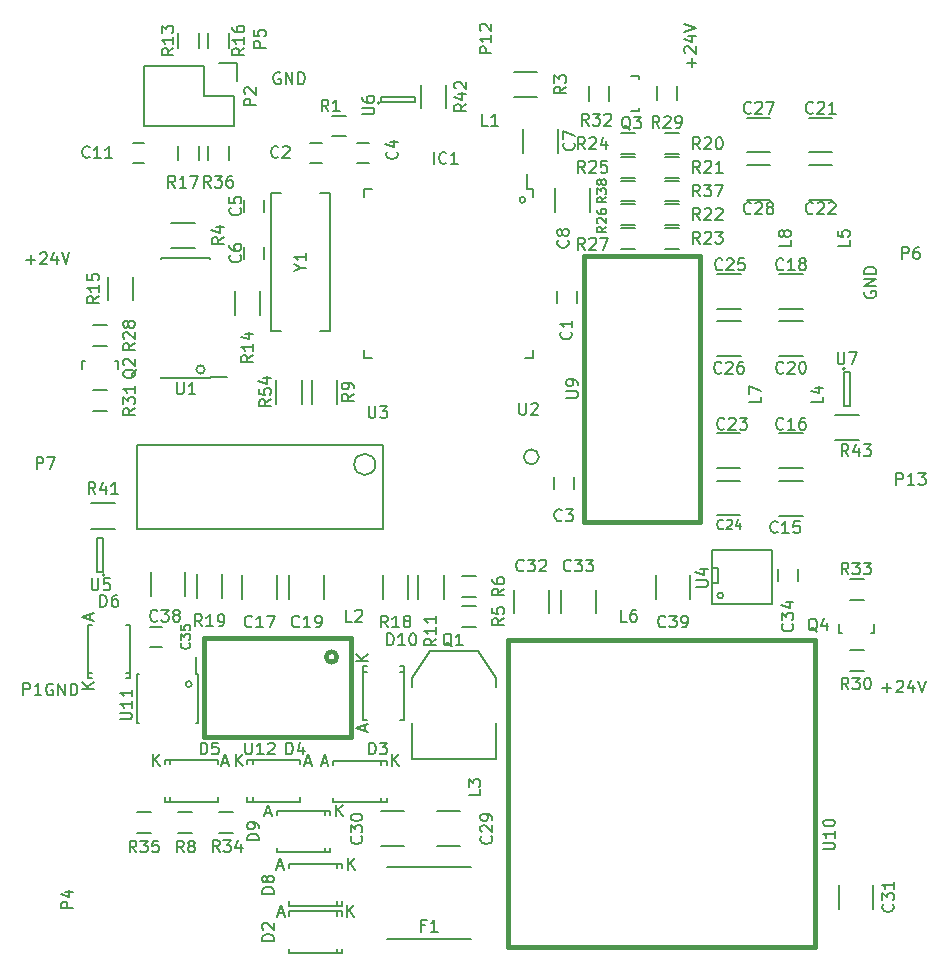
<source format=gto>
G04 #@! TF.FileFunction,Legend,Top*
%FSLAX46Y46*%
G04 Gerber Fmt 4.6, Leading zero omitted, Abs format (unit mm)*
G04 Created by KiCad (PCBNEW 4.0.7+dfsg1-1~bpo9+1) date Mon Jul 16 17:38:54 2018*
%MOMM*%
%LPD*%
G01*
G04 APERTURE LIST*
%ADD10C,0.100000*%
%ADD11C,0.200000*%
%ADD12C,0.150000*%
%ADD13C,0.410000*%
%ADD14R,1.500000X0.900000*%
%ADD15R,0.657200X1.470000*%
%ADD16R,2.300580X5.800700*%
%ADD17R,0.900000X1.500000*%
%ADD18R,1.450000X1.200000*%
%ADD19R,1.200000X1.450000*%
%ADD20R,0.708000X1.343000*%
%ADD21R,1.927200X1.927200*%
%ADD22O,1.927200X1.927200*%
%ADD23R,1.200000X2.700000*%
%ADD24R,2.700000X1.200000*%
%ADD25R,0.600000X1.200000*%
%ADD26R,3.857600X2.232000*%
%ADD27R,1.216000X2.232000*%
%ADD28R,1.260000X0.850000*%
%ADD29R,0.850000X1.260000*%
%ADD30R,0.800000X1.750000*%
%ADD31C,11.200000*%
%ADD32R,1.000100X1.000100*%
%ADD33R,1.700000X0.800000*%
%ADD34R,2.699360X2.000860*%
%ADD35R,2.000860X2.699360*%
%ADD36R,2.500000X5.800000*%
%ADD37C,1.200000*%
%ADD38R,0.960000X2.000000*%
%ADD39C,2.232000*%
%ADD40R,1.900000X1.100000*%
%ADD41R,1.100000X1.900000*%
%ADD42R,0.750000X1.700000*%
%ADD43R,1.700000X0.750000*%
%ADD44R,0.962000X2.150000*%
%ADD45C,1.724000*%
%ADD46R,1.000000X2.400000*%
%ADD47R,2.400000X1.000000*%
G04 APERTURE END LIST*
D10*
D11*
X104000000Y-77000000D02*
G75*
G03X104000000Y-77000000I-250000J0D01*
G01*
X120750000Y-110500000D02*
G75*
G03X120750000Y-110500000I-250000J0D01*
G01*
D12*
X63988096Y-118000000D02*
X63892858Y-117952381D01*
X63750001Y-117952381D01*
X63607143Y-118000000D01*
X63511905Y-118095238D01*
X63464286Y-118190476D01*
X63416667Y-118380952D01*
X63416667Y-118523810D01*
X63464286Y-118714286D01*
X63511905Y-118809524D01*
X63607143Y-118904762D01*
X63750001Y-118952381D01*
X63845239Y-118952381D01*
X63988096Y-118904762D01*
X64035715Y-118857143D01*
X64035715Y-118523810D01*
X63845239Y-118523810D01*
X64464286Y-118952381D02*
X64464286Y-117952381D01*
X65035715Y-118952381D01*
X65035715Y-117952381D01*
X65511905Y-118952381D02*
X65511905Y-117952381D01*
X65750000Y-117952381D01*
X65892858Y-118000000D01*
X65988096Y-118095238D01*
X66035715Y-118190476D01*
X66083334Y-118380952D01*
X66083334Y-118523810D01*
X66035715Y-118714286D01*
X65988096Y-118809524D01*
X65892858Y-118904762D01*
X65750000Y-118952381D01*
X65511905Y-118952381D01*
D11*
X75750000Y-118000000D02*
G75*
G03X75750000Y-118000000I-250000J0D01*
G01*
D12*
X61738095Y-82071429D02*
X62500000Y-82071429D01*
X62119048Y-82452381D02*
X62119048Y-81690476D01*
X62928571Y-81547619D02*
X62976190Y-81500000D01*
X63071428Y-81452381D01*
X63309524Y-81452381D01*
X63404762Y-81500000D01*
X63452381Y-81547619D01*
X63500000Y-81642857D01*
X63500000Y-81738095D01*
X63452381Y-81880952D01*
X62880952Y-82452381D01*
X63500000Y-82452381D01*
X64357143Y-81785714D02*
X64357143Y-82452381D01*
X64119047Y-81404762D02*
X63880952Y-82119048D01*
X64500000Y-82119048D01*
X64738095Y-81452381D02*
X65071428Y-82452381D01*
X65404762Y-81452381D01*
X134238095Y-118321429D02*
X135000000Y-118321429D01*
X134619048Y-118702381D02*
X134619048Y-117940476D01*
X135428571Y-117797619D02*
X135476190Y-117750000D01*
X135571428Y-117702381D01*
X135809524Y-117702381D01*
X135904762Y-117750000D01*
X135952381Y-117797619D01*
X136000000Y-117892857D01*
X136000000Y-117988095D01*
X135952381Y-118130952D01*
X135380952Y-118702381D01*
X136000000Y-118702381D01*
X136857143Y-118035714D02*
X136857143Y-118702381D01*
X136619047Y-117654762D02*
X136380952Y-118369048D01*
X137000000Y-118369048D01*
X137238095Y-117702381D02*
X137571428Y-118702381D01*
X137904762Y-117702381D01*
X132750000Y-84761904D02*
X132702381Y-84857142D01*
X132702381Y-84999999D01*
X132750000Y-85142857D01*
X132845238Y-85238095D01*
X132940476Y-85285714D01*
X133130952Y-85333333D01*
X133273810Y-85333333D01*
X133464286Y-85285714D01*
X133559524Y-85238095D01*
X133654762Y-85142857D01*
X133702381Y-84999999D01*
X133702381Y-84904761D01*
X133654762Y-84761904D01*
X133607143Y-84714285D01*
X133273810Y-84714285D01*
X133273810Y-84904761D01*
X133702381Y-84285714D02*
X132702381Y-84285714D01*
X133702381Y-83714285D01*
X132702381Y-83714285D01*
X133702381Y-83238095D02*
X132702381Y-83238095D01*
X132702381Y-83000000D01*
X132750000Y-82857142D01*
X132845238Y-82761904D01*
X132940476Y-82714285D01*
X133130952Y-82666666D01*
X133273810Y-82666666D01*
X133464286Y-82714285D01*
X133559524Y-82761904D01*
X133654762Y-82857142D01*
X133702381Y-83000000D01*
X133702381Y-83238095D01*
X83238096Y-66250000D02*
X83142858Y-66202381D01*
X83000001Y-66202381D01*
X82857143Y-66250000D01*
X82761905Y-66345238D01*
X82714286Y-66440476D01*
X82666667Y-66630952D01*
X82666667Y-66773810D01*
X82714286Y-66964286D01*
X82761905Y-67059524D01*
X82857143Y-67154762D01*
X83000001Y-67202381D01*
X83095239Y-67202381D01*
X83238096Y-67154762D01*
X83285715Y-67107143D01*
X83285715Y-66773810D01*
X83095239Y-66773810D01*
X83714286Y-67202381D02*
X83714286Y-66202381D01*
X84285715Y-67202381D01*
X84285715Y-66202381D01*
X84761905Y-67202381D02*
X84761905Y-66202381D01*
X85000000Y-66202381D01*
X85142858Y-66250000D01*
X85238096Y-66345238D01*
X85285715Y-66440476D01*
X85333334Y-66630952D01*
X85333334Y-66773810D01*
X85285715Y-66964286D01*
X85238096Y-67059524D01*
X85142858Y-67154762D01*
X85000000Y-67202381D01*
X84761905Y-67202381D01*
X118071429Y-65761905D02*
X118071429Y-65000000D01*
X118452381Y-65380952D02*
X117690476Y-65380952D01*
X117547619Y-64571429D02*
X117500000Y-64523810D01*
X117452381Y-64428572D01*
X117452381Y-64190476D01*
X117500000Y-64095238D01*
X117547619Y-64047619D01*
X117642857Y-64000000D01*
X117738095Y-64000000D01*
X117880952Y-64047619D01*
X118452381Y-64619048D01*
X118452381Y-64000000D01*
X117785714Y-63142857D02*
X118452381Y-63142857D01*
X117404762Y-63380953D02*
X118119048Y-63619048D01*
X118119048Y-63000000D01*
X117452381Y-62761905D02*
X118452381Y-62428572D01*
X117452381Y-62095238D01*
D11*
X76853553Y-91353553D02*
G75*
G03X76853553Y-91353553I-353553J0D01*
G01*
D12*
X77125000Y-64100000D02*
X77125000Y-62900000D01*
X78875000Y-62900000D02*
X78875000Y-64100000D01*
X91303026Y-99396000D02*
G75*
G03X91303026Y-99396000I-898026J0D01*
G01*
X91929000Y-97745000D02*
X91929000Y-104857000D01*
X91929000Y-104857000D02*
X71101000Y-104857000D01*
X71101000Y-104857000D02*
X71101000Y-97745000D01*
X71101000Y-97745000D02*
X91929000Y-97745000D01*
X82500640Y-76400380D02*
X82500640Y-88099620D01*
X87499360Y-88099620D02*
X87499360Y-76400380D01*
X82500640Y-88099620D02*
X83349000Y-88099620D01*
X87499360Y-88099620D02*
X86651000Y-88099620D01*
X82500640Y-76400380D02*
X83349000Y-76400380D01*
X87499360Y-76400380D02*
X86651000Y-76400380D01*
X87650000Y-69875000D02*
X88850000Y-69875000D01*
X88850000Y-71625000D02*
X87650000Y-71625000D01*
X106650000Y-84750000D02*
X106650000Y-85750000D01*
X108350000Y-85750000D02*
X108350000Y-84750000D01*
X85750000Y-73850000D02*
X86750000Y-73850000D01*
X86750000Y-72150000D02*
X85750000Y-72150000D01*
X106400000Y-100500000D02*
X106400000Y-101500000D01*
X108100000Y-101500000D02*
X108100000Y-100500000D01*
X90750000Y-72150000D02*
X89750000Y-72150000D01*
X89750000Y-73850000D02*
X90750000Y-73850000D01*
X80150000Y-77000000D02*
X80150000Y-78000000D01*
X81850000Y-78000000D02*
X81850000Y-77000000D01*
X81850000Y-82000000D02*
X81850000Y-81000000D01*
X80150000Y-81000000D02*
X80150000Y-82000000D01*
X70750000Y-73850000D02*
X71750000Y-73850000D01*
X71750000Y-72150000D02*
X70750000Y-72150000D01*
X119805000Y-106639000D02*
X124885000Y-106639000D01*
X124885000Y-106639000D02*
X124885000Y-111211000D01*
X124885000Y-111211000D02*
X119805000Y-111211000D01*
X119805000Y-111211000D02*
X119805000Y-106639000D01*
X119805000Y-108163000D02*
X120313000Y-108163000D01*
X120313000Y-108163000D02*
X120313000Y-109433000D01*
X120313000Y-109433000D02*
X119805000Y-109433000D01*
X76770000Y-65690000D02*
X71690000Y-65690000D01*
X79590000Y-65410000D02*
X79590000Y-66960000D01*
X79310000Y-68230000D02*
X76770000Y-68230000D01*
X76770000Y-68230000D02*
X76770000Y-65690000D01*
X71690000Y-65690000D02*
X71690000Y-70770000D01*
X71690000Y-70770000D02*
X76770000Y-70770000D01*
X79590000Y-65410000D02*
X78040000Y-65410000D01*
X79310000Y-70770000D02*
X79310000Y-68230000D01*
X76770000Y-70770000D02*
X79310000Y-70770000D01*
X125500000Y-103725000D02*
X127500000Y-103725000D01*
X127500000Y-100775000D02*
X125500000Y-100775000D01*
X125500000Y-99725000D02*
X127500000Y-99725000D01*
X127500000Y-96775000D02*
X125500000Y-96775000D01*
X82975000Y-110750000D02*
X82975000Y-108750000D01*
X80025000Y-108750000D02*
X80025000Y-110750000D01*
X125500000Y-86225000D02*
X127500000Y-86225000D01*
X127500000Y-83275000D02*
X125500000Y-83275000D01*
X86975000Y-110750000D02*
X86975000Y-108750000D01*
X84025000Y-108750000D02*
X84025000Y-110750000D01*
X125500000Y-90225000D02*
X127500000Y-90225000D01*
X127500000Y-87275000D02*
X125500000Y-87275000D01*
X128000000Y-72975000D02*
X130000000Y-72975000D01*
X130000000Y-70025000D02*
X128000000Y-70025000D01*
X128000000Y-76975000D02*
X130000000Y-76975000D01*
X130000000Y-74025000D02*
X128000000Y-74025000D01*
X120197226Y-99725000D02*
X122197226Y-99725000D01*
X122197226Y-96775000D02*
X120197226Y-96775000D01*
X120197226Y-103714318D02*
X122197226Y-103714318D01*
X122197226Y-100764318D02*
X120197226Y-100764318D01*
X120250000Y-86225000D02*
X122250000Y-86225000D01*
X122250000Y-83275000D02*
X120250000Y-83275000D01*
X120250000Y-90225000D02*
X122250000Y-90225000D01*
X122250000Y-87275000D02*
X120250000Y-87275000D01*
X122750000Y-72975000D02*
X124750000Y-72975000D01*
X124750000Y-70025000D02*
X122750000Y-70025000D01*
X122750000Y-76975000D02*
X124750000Y-76975000D01*
X124750000Y-74025000D02*
X122750000Y-74025000D01*
X96500000Y-131725000D02*
X98500000Y-131725000D01*
X98500000Y-128775000D02*
X96500000Y-128775000D01*
X93750000Y-128775000D02*
X91750000Y-128775000D01*
X91750000Y-131725000D02*
X93750000Y-131725000D01*
X130525000Y-135000000D02*
X130525000Y-137000000D01*
X133475000Y-137000000D02*
X133475000Y-135000000D01*
X103025000Y-110000000D02*
X103025000Y-112000000D01*
X105975000Y-112000000D02*
X105975000Y-110000000D01*
X107025000Y-110000000D02*
X107025000Y-112000000D01*
X109975000Y-112000000D02*
X109975000Y-110000000D01*
X125400000Y-108250000D02*
X125400000Y-109250000D01*
X127100000Y-109250000D02*
X127100000Y-108250000D01*
X72250000Y-114850000D02*
X73250000Y-114850000D01*
X73250000Y-113150000D02*
X72250000Y-113150000D01*
X94444000Y-121274000D02*
X94444000Y-124322000D01*
X94444000Y-124322000D02*
X101556000Y-124322000D01*
X101556000Y-124322000D02*
X101556000Y-121274000D01*
X94444000Y-118226000D02*
X94444000Y-117464000D01*
X94444000Y-117464000D02*
X95968000Y-115178000D01*
X95968000Y-115178000D02*
X100032000Y-115178000D01*
X100032000Y-115178000D02*
X101556000Y-117464000D01*
X101556000Y-117464000D02*
X101556000Y-118226000D01*
X98650000Y-111375000D02*
X99850000Y-111375000D01*
X99850000Y-113125000D02*
X98650000Y-113125000D01*
X99850000Y-110625000D02*
X98650000Y-110625000D01*
X98650000Y-108875000D02*
X99850000Y-108875000D01*
X68400000Y-108750000D02*
G75*
G03X68400000Y-108750000I-100000J0D01*
G01*
X67750000Y-108500000D02*
X68250000Y-108500000D01*
X67750000Y-105600000D02*
X67750000Y-108500000D01*
X68250000Y-105600000D02*
X67750000Y-105600000D01*
X68250000Y-108500000D02*
X68250000Y-105600000D01*
X91650000Y-68800000D02*
G75*
G03X91650000Y-68800000I-100000J0D01*
G01*
X91800000Y-68250000D02*
X91800000Y-68750000D01*
X94700000Y-68250000D02*
X91800000Y-68250000D01*
X94700000Y-68750000D02*
X94700000Y-68250000D01*
X91800000Y-68750000D02*
X94700000Y-68750000D01*
X131050000Y-91300000D02*
G75*
G03X131050000Y-91300000I-100000J0D01*
G01*
X131500000Y-91550000D02*
X131000000Y-91550000D01*
X131500000Y-94450000D02*
X131500000Y-91550000D01*
X131000000Y-94450000D02*
X131500000Y-94450000D01*
X131000000Y-91550000D02*
X131000000Y-94450000D01*
X76277876Y-117115452D02*
X76132876Y-117115452D01*
X76277876Y-121265452D02*
X76132876Y-121265452D01*
X71127876Y-121265452D02*
X71272876Y-121265452D01*
X71127876Y-117115452D02*
X71272876Y-117115452D01*
X76277876Y-117115452D02*
X76277876Y-121265452D01*
X71127876Y-117115452D02*
X71127876Y-121265452D01*
X76132876Y-117115452D02*
X76132876Y-115715452D01*
X74602876Y-128815452D02*
X75802876Y-128815452D01*
X75802876Y-130565452D02*
X74602876Y-130565452D01*
X74625000Y-64100000D02*
X74625000Y-62900000D01*
X76375000Y-62900000D02*
X76375000Y-64100000D01*
X76375000Y-72400000D02*
X76375000Y-73600000D01*
X74625000Y-73600000D02*
X74625000Y-72400000D01*
X78052876Y-128815452D02*
X79252876Y-128815452D01*
X79252876Y-130565452D02*
X78052876Y-130565452D01*
X71102876Y-128815452D02*
X72302876Y-128815452D01*
X72302876Y-130565452D02*
X71102876Y-130565452D01*
X69299160Y-90599760D02*
X69250900Y-90599760D01*
X66500180Y-91300800D02*
X66500180Y-90599760D01*
X66500180Y-90599760D02*
X66749100Y-90599760D01*
X69299160Y-90599760D02*
X69499820Y-90599760D01*
X69499820Y-90599760D02*
X69499820Y-91300800D01*
X113650240Y-69299160D02*
X113650240Y-69250900D01*
X112949200Y-66500180D02*
X113650240Y-66500180D01*
X113650240Y-66500180D02*
X113650240Y-66749100D01*
X113650240Y-69299160D02*
X113650240Y-69499820D01*
X113650240Y-69499820D02*
X112949200Y-69499820D01*
X130750840Y-113651000D02*
X130799100Y-113651000D01*
X133549820Y-112949960D02*
X133549820Y-113651000D01*
X133549820Y-113651000D02*
X133300900Y-113651000D01*
X130750840Y-113651000D02*
X130550180Y-113651000D01*
X130550180Y-113651000D02*
X130550180Y-112949960D01*
X115833272Y-71375000D02*
X117033272Y-71375000D01*
X117033272Y-73125000D02*
X115833272Y-73125000D01*
X115833272Y-73375000D02*
X117033272Y-73375000D01*
X117033272Y-75125000D02*
X115833272Y-75125000D01*
X115833272Y-77375000D02*
X117033272Y-77375000D01*
X117033272Y-79125000D02*
X115833272Y-79125000D01*
X115833272Y-79375000D02*
X117033272Y-79375000D01*
X117033272Y-81125000D02*
X115833272Y-81125000D01*
X112083272Y-71375000D02*
X113283272Y-71375000D01*
X113283272Y-73125000D02*
X112083272Y-73125000D01*
X112083272Y-73375000D02*
X113283272Y-73375000D01*
X113283272Y-75125000D02*
X112083272Y-75125000D01*
X112083272Y-77375000D02*
X113283272Y-77375000D01*
X113283272Y-79125000D02*
X112083272Y-79125000D01*
X112083272Y-79375000D02*
X113283272Y-79375000D01*
X113283272Y-81125000D02*
X112083272Y-81125000D01*
X67400000Y-87625000D02*
X68600000Y-87625000D01*
X68600000Y-89375000D02*
X67400000Y-89375000D01*
X115125000Y-68550000D02*
X115125000Y-67350000D01*
X116875000Y-67350000D02*
X116875000Y-68550000D01*
X131450000Y-115125000D02*
X132650000Y-115125000D01*
X132650000Y-116875000D02*
X131450000Y-116875000D01*
X67400000Y-93125000D02*
X68600000Y-93125000D01*
X68600000Y-94875000D02*
X67400000Y-94875000D01*
X111125000Y-67400000D02*
X111125000Y-68600000D01*
X109375000Y-68600000D02*
X109375000Y-67400000D01*
X132650000Y-110875000D02*
X131450000Y-110875000D01*
X131450000Y-109125000D02*
X132650000Y-109125000D01*
X77125000Y-73600000D02*
X77125000Y-72400000D01*
X78875000Y-72400000D02*
X78875000Y-73600000D01*
X115833272Y-75375000D02*
X117033272Y-75375000D01*
X117033272Y-77125000D02*
X115833272Y-77125000D01*
X112083272Y-75375000D02*
X113283272Y-75375000D01*
X113283272Y-77125000D02*
X112083272Y-77125000D01*
X77325000Y-92075000D02*
X77325000Y-91970000D01*
X73175000Y-92075000D02*
X73175000Y-91970000D01*
X73175000Y-81925000D02*
X73175000Y-82030000D01*
X77325000Y-81925000D02*
X77325000Y-82030000D01*
X77325000Y-92075000D02*
X73175000Y-92075000D01*
X77325000Y-81925000D02*
X73175000Y-81925000D01*
X77325000Y-91970000D02*
X78700000Y-91970000D01*
X91799140Y-124499940D02*
X91799140Y-124850460D01*
X91799140Y-128000060D02*
X91799140Y-127649540D01*
X87749560Y-124499940D02*
X87749560Y-124850460D01*
X92250440Y-124499940D02*
X92250440Y-124850460D01*
X92250440Y-128000060D02*
X92250440Y-127649540D01*
X87749560Y-128000060D02*
X87749560Y-127649540D01*
X92250440Y-124499940D02*
X87749560Y-124499940D01*
X92250440Y-128000060D02*
X87749560Y-128000060D01*
X80903736Y-127940512D02*
X80903736Y-127589992D01*
X80903736Y-124440392D02*
X80903736Y-124790912D01*
X84953316Y-127940512D02*
X84953316Y-127589992D01*
X80452436Y-127940512D02*
X80452436Y-127589992D01*
X80452436Y-124440392D02*
X80452436Y-124790912D01*
X84953316Y-124440392D02*
X84953316Y-124790912D01*
X80452436Y-127940512D02*
X84953316Y-127940512D01*
X80452436Y-124440392D02*
X84953316Y-124440392D01*
X73903736Y-127940512D02*
X73903736Y-127589992D01*
X73903736Y-124440392D02*
X73903736Y-124790912D01*
X77953316Y-127940512D02*
X77953316Y-127589992D01*
X73452436Y-127940512D02*
X73452436Y-127589992D01*
X73452436Y-124440392D02*
X73452436Y-124790912D01*
X77953316Y-124440392D02*
X77953316Y-124790912D01*
X73452436Y-127940512D02*
X77953316Y-127940512D01*
X73452436Y-124440392D02*
X77953316Y-124440392D01*
X70500060Y-117049140D02*
X70149540Y-117049140D01*
X66999940Y-117049140D02*
X67350460Y-117049140D01*
X70500060Y-112999560D02*
X70149540Y-112999560D01*
X70500060Y-117500440D02*
X70149540Y-117500440D01*
X66999940Y-117500440D02*
X67350460Y-117500440D01*
X66999940Y-112999560D02*
X67350460Y-112999560D01*
X70500060Y-117500440D02*
X70500060Y-112999560D01*
X66999940Y-117500440D02*
X66999940Y-112999560D01*
X99417752Y-139543248D02*
X92305752Y-139543248D01*
X99417752Y-133447248D02*
X92305752Y-133447248D01*
X87048120Y-128749940D02*
X87048120Y-129100460D01*
X87048120Y-132250060D02*
X87048120Y-131899540D01*
X82998540Y-128749940D02*
X82998540Y-129100460D01*
X87499420Y-128749940D02*
X87499420Y-129100460D01*
X87499420Y-132250060D02*
X87499420Y-131899540D01*
X82998540Y-132250060D02*
X82998540Y-131899540D01*
X87499420Y-128749940D02*
X82998540Y-128749940D01*
X87499420Y-132250060D02*
X82998540Y-132250060D01*
X72275000Y-108500000D02*
X72275000Y-110500000D01*
X75225000Y-110500000D02*
X75225000Y-108500000D01*
X117975000Y-110750000D02*
X117975000Y-108750000D01*
X115025000Y-108750000D02*
X115025000Y-110750000D01*
X90249940Y-116950860D02*
X90600460Y-116950860D01*
X93750060Y-116950860D02*
X93399540Y-116950860D01*
X90249940Y-121000440D02*
X90600460Y-121000440D01*
X90249940Y-116499560D02*
X90600460Y-116499560D01*
X93750060Y-116499560D02*
X93399540Y-116499560D01*
X93750060Y-121000440D02*
X93399540Y-121000440D01*
X90249940Y-116499560D02*
X90249940Y-121000440D01*
X93750060Y-116499560D02*
X93750060Y-121000440D01*
X88049140Y-137249940D02*
X88049140Y-137600460D01*
X88049140Y-140750060D02*
X88049140Y-140399540D01*
X83999560Y-137249940D02*
X83999560Y-137600460D01*
X88500440Y-137249940D02*
X88500440Y-137600460D01*
X88500440Y-140750060D02*
X88500440Y-140399540D01*
X83999560Y-140750060D02*
X83999560Y-140399540D01*
X88500440Y-137249940D02*
X83999560Y-137249940D01*
X88500440Y-140750060D02*
X83999560Y-140750060D01*
X88049140Y-133249940D02*
X88049140Y-133600460D01*
X88049140Y-136750060D02*
X88049140Y-136399540D01*
X83999560Y-133249940D02*
X83999560Y-133600460D01*
X88500440Y-133249940D02*
X88500440Y-133600460D01*
X88500440Y-136750060D02*
X88500440Y-136399540D01*
X83999560Y-136750060D02*
X83999560Y-136399540D01*
X88500440Y-133249940D02*
X83999560Y-133249940D01*
X88500440Y-136750060D02*
X83999560Y-136750060D01*
D13*
X102500000Y-114250000D02*
X128500000Y-114250000D01*
X102500000Y-140250000D02*
X102500000Y-114250000D01*
X128500000Y-140250000D02*
X102500000Y-140250000D01*
X128500000Y-114250000D02*
X128500000Y-140250000D01*
D12*
X94075000Y-108750000D02*
X94075000Y-110750000D01*
X91925000Y-110750000D02*
X91925000Y-108750000D01*
X76175000Y-110700000D02*
X76175000Y-108700000D01*
X78325000Y-108700000D02*
X78325000Y-110700000D01*
X88075000Y-92250000D02*
X88075000Y-94250000D01*
X85925000Y-94250000D02*
X85925000Y-92250000D01*
X94925000Y-110750000D02*
X94925000Y-108750000D01*
X97075000Y-108750000D02*
X97075000Y-110750000D01*
X103000000Y-66175000D02*
X105000000Y-66175000D01*
X105000000Y-68325000D02*
X103000000Y-68325000D01*
X74000000Y-78925000D02*
X76000000Y-78925000D01*
X76000000Y-81075000D02*
X74000000Y-81075000D01*
X81575000Y-84750000D02*
X81575000Y-86750000D01*
X79425000Y-86750000D02*
X79425000Y-84750000D01*
X70825000Y-83500000D02*
X70825000Y-85500000D01*
X68675000Y-85500000D02*
X68675000Y-83500000D01*
X69250000Y-104825000D02*
X67250000Y-104825000D01*
X67250000Y-102675000D02*
X69250000Y-102675000D01*
X95175000Y-69250000D02*
X95175000Y-67250000D01*
X97325000Y-67250000D02*
X97325000Y-69250000D01*
X130250000Y-95175000D02*
X132250000Y-95175000D01*
X132250000Y-97325000D02*
X130250000Y-97325000D01*
X82925000Y-94250000D02*
X82925000Y-92250000D01*
X85075000Y-92250000D02*
X85075000Y-94250000D01*
X104675000Y-76075000D02*
X104100000Y-76075000D01*
X104675000Y-90425000D02*
X104000000Y-90425000D01*
X90325000Y-90425000D02*
X91000000Y-90425000D01*
X90325000Y-76075000D02*
X91000000Y-76075000D01*
X104675000Y-76075000D02*
X104675000Y-76750000D01*
X90325000Y-76075000D02*
X90325000Y-76750000D01*
X90325000Y-90425000D02*
X90325000Y-89750000D01*
X104675000Y-90425000D02*
X104675000Y-89750000D01*
X104100000Y-76075000D02*
X104100000Y-74800000D01*
X103775000Y-71000000D02*
X103775000Y-73000000D01*
X106725000Y-73000000D02*
X106725000Y-71000000D01*
X106525000Y-76000000D02*
X106525000Y-78000000D01*
X109475000Y-78000000D02*
X109475000Y-76000000D01*
D11*
X105140000Y-98760000D02*
G75*
G03X105140000Y-98760000I-635000J0D01*
G01*
D13*
X88047214Y-115700000D02*
G75*
G03X88047214Y-115700000I-447214J0D01*
G01*
X89200000Y-122500000D02*
X89200000Y-114100000D01*
X76800000Y-122500000D02*
X89200000Y-122500000D01*
X76800000Y-114100000D02*
X76800000Y-122500000D01*
X89200000Y-114100000D02*
X76800000Y-114100000D01*
X118750000Y-81750000D02*
X118750000Y-104250000D01*
X109000000Y-81750000D02*
X118750000Y-81750000D01*
X109000000Y-104250000D02*
X109000000Y-81750000D01*
X118750000Y-104250000D02*
X109000000Y-104250000D01*
D12*
X80202381Y-64142857D02*
X79726190Y-64476191D01*
X80202381Y-64714286D02*
X79202381Y-64714286D01*
X79202381Y-64333333D01*
X79250000Y-64238095D01*
X79297619Y-64190476D01*
X79392857Y-64142857D01*
X79535714Y-64142857D01*
X79630952Y-64190476D01*
X79678571Y-64238095D01*
X79726190Y-64333333D01*
X79726190Y-64714286D01*
X80202381Y-63190476D02*
X80202381Y-63761905D01*
X80202381Y-63476191D02*
X79202381Y-63476191D01*
X79345238Y-63571429D01*
X79440476Y-63666667D01*
X79488095Y-63761905D01*
X79202381Y-62333333D02*
X79202381Y-62523810D01*
X79250000Y-62619048D01*
X79297619Y-62666667D01*
X79440476Y-62761905D01*
X79630952Y-62809524D01*
X80011905Y-62809524D01*
X80107143Y-62761905D01*
X80154762Y-62714286D01*
X80202381Y-62619048D01*
X80202381Y-62428571D01*
X80154762Y-62333333D01*
X80107143Y-62285714D01*
X80011905Y-62238095D01*
X79773810Y-62238095D01*
X79678571Y-62285714D01*
X79630952Y-62333333D01*
X79583333Y-62428571D01*
X79583333Y-62619048D01*
X79630952Y-62714286D01*
X79678571Y-62761905D01*
X79773810Y-62809524D01*
X90738095Y-94452381D02*
X90738095Y-95261905D01*
X90785714Y-95357143D01*
X90833333Y-95404762D01*
X90928571Y-95452381D01*
X91119048Y-95452381D01*
X91214286Y-95404762D01*
X91261905Y-95357143D01*
X91309524Y-95261905D01*
X91309524Y-94452381D01*
X91690476Y-94452381D02*
X92309524Y-94452381D01*
X91976190Y-94833333D01*
X92119048Y-94833333D01*
X92214286Y-94880952D01*
X92261905Y-94928571D01*
X92309524Y-95023810D01*
X92309524Y-95261905D01*
X92261905Y-95357143D01*
X92214286Y-95404762D01*
X92119048Y-95452381D01*
X91833333Y-95452381D01*
X91738095Y-95404762D01*
X91690476Y-95357143D01*
X84976190Y-82726191D02*
X85452381Y-82726191D01*
X84452381Y-83059524D02*
X84976190Y-82726191D01*
X84452381Y-82392857D01*
X85452381Y-81535714D02*
X85452381Y-82107143D01*
X85452381Y-81821429D02*
X84452381Y-81821429D01*
X84595238Y-81916667D01*
X84690476Y-82011905D01*
X84738095Y-82107143D01*
X87333334Y-69502381D02*
X87000000Y-69026190D01*
X86761905Y-69502381D02*
X86761905Y-68502381D01*
X87142858Y-68502381D01*
X87238096Y-68550000D01*
X87285715Y-68597619D01*
X87333334Y-68692857D01*
X87333334Y-68835714D01*
X87285715Y-68930952D01*
X87238096Y-68978571D01*
X87142858Y-69026190D01*
X86761905Y-69026190D01*
X88285715Y-69502381D02*
X87714286Y-69502381D01*
X88000000Y-69502381D02*
X88000000Y-68502381D01*
X87904762Y-68645238D01*
X87809524Y-68740476D01*
X87714286Y-68788095D01*
X107857143Y-88166666D02*
X107904762Y-88214285D01*
X107952381Y-88357142D01*
X107952381Y-88452380D01*
X107904762Y-88595238D01*
X107809524Y-88690476D01*
X107714286Y-88738095D01*
X107523810Y-88785714D01*
X107380952Y-88785714D01*
X107190476Y-88738095D01*
X107095238Y-88690476D01*
X107000000Y-88595238D01*
X106952381Y-88452380D01*
X106952381Y-88357142D01*
X107000000Y-88214285D01*
X107047619Y-88166666D01*
X107952381Y-87214285D02*
X107952381Y-87785714D01*
X107952381Y-87500000D02*
X106952381Y-87500000D01*
X107095238Y-87595238D01*
X107190476Y-87690476D01*
X107238095Y-87785714D01*
X83083334Y-73357143D02*
X83035715Y-73404762D01*
X82892858Y-73452381D01*
X82797620Y-73452381D01*
X82654762Y-73404762D01*
X82559524Y-73309524D01*
X82511905Y-73214286D01*
X82464286Y-73023810D01*
X82464286Y-72880952D01*
X82511905Y-72690476D01*
X82559524Y-72595238D01*
X82654762Y-72500000D01*
X82797620Y-72452381D01*
X82892858Y-72452381D01*
X83035715Y-72500000D01*
X83083334Y-72547619D01*
X83464286Y-72547619D02*
X83511905Y-72500000D01*
X83607143Y-72452381D01*
X83845239Y-72452381D01*
X83940477Y-72500000D01*
X83988096Y-72547619D01*
X84035715Y-72642857D01*
X84035715Y-72738095D01*
X83988096Y-72880952D01*
X83416667Y-73452381D01*
X84035715Y-73452381D01*
X107083334Y-104107143D02*
X107035715Y-104154762D01*
X106892858Y-104202381D01*
X106797620Y-104202381D01*
X106654762Y-104154762D01*
X106559524Y-104059524D01*
X106511905Y-103964286D01*
X106464286Y-103773810D01*
X106464286Y-103630952D01*
X106511905Y-103440476D01*
X106559524Y-103345238D01*
X106654762Y-103250000D01*
X106797620Y-103202381D01*
X106892858Y-103202381D01*
X107035715Y-103250000D01*
X107083334Y-103297619D01*
X107416667Y-103202381D02*
X108035715Y-103202381D01*
X107702381Y-103583333D01*
X107845239Y-103583333D01*
X107940477Y-103630952D01*
X107988096Y-103678571D01*
X108035715Y-103773810D01*
X108035715Y-104011905D01*
X107988096Y-104107143D01*
X107940477Y-104154762D01*
X107845239Y-104202381D01*
X107559524Y-104202381D01*
X107464286Y-104154762D01*
X107416667Y-104107143D01*
X93107143Y-72916666D02*
X93154762Y-72964285D01*
X93202381Y-73107142D01*
X93202381Y-73202380D01*
X93154762Y-73345238D01*
X93059524Y-73440476D01*
X92964286Y-73488095D01*
X92773810Y-73535714D01*
X92630952Y-73535714D01*
X92440476Y-73488095D01*
X92345238Y-73440476D01*
X92250000Y-73345238D01*
X92202381Y-73202380D01*
X92202381Y-73107142D01*
X92250000Y-72964285D01*
X92297619Y-72916666D01*
X92535714Y-72059523D02*
X93202381Y-72059523D01*
X92154762Y-72297619D02*
X92869048Y-72535714D01*
X92869048Y-71916666D01*
X79857143Y-77666666D02*
X79904762Y-77714285D01*
X79952381Y-77857142D01*
X79952381Y-77952380D01*
X79904762Y-78095238D01*
X79809524Y-78190476D01*
X79714286Y-78238095D01*
X79523810Y-78285714D01*
X79380952Y-78285714D01*
X79190476Y-78238095D01*
X79095238Y-78190476D01*
X79000000Y-78095238D01*
X78952381Y-77952380D01*
X78952381Y-77857142D01*
X79000000Y-77714285D01*
X79047619Y-77666666D01*
X78952381Y-76761904D02*
X78952381Y-77238095D01*
X79428571Y-77285714D01*
X79380952Y-77238095D01*
X79333333Y-77142857D01*
X79333333Y-76904761D01*
X79380952Y-76809523D01*
X79428571Y-76761904D01*
X79523810Y-76714285D01*
X79761905Y-76714285D01*
X79857143Y-76761904D01*
X79904762Y-76809523D01*
X79952381Y-76904761D01*
X79952381Y-77142857D01*
X79904762Y-77238095D01*
X79857143Y-77285714D01*
X79857143Y-81666666D02*
X79904762Y-81714285D01*
X79952381Y-81857142D01*
X79952381Y-81952380D01*
X79904762Y-82095238D01*
X79809524Y-82190476D01*
X79714286Y-82238095D01*
X79523810Y-82285714D01*
X79380952Y-82285714D01*
X79190476Y-82238095D01*
X79095238Y-82190476D01*
X79000000Y-82095238D01*
X78952381Y-81952380D01*
X78952381Y-81857142D01*
X79000000Y-81714285D01*
X79047619Y-81666666D01*
X78952381Y-80809523D02*
X78952381Y-81000000D01*
X79000000Y-81095238D01*
X79047619Y-81142857D01*
X79190476Y-81238095D01*
X79380952Y-81285714D01*
X79761905Y-81285714D01*
X79857143Y-81238095D01*
X79904762Y-81190476D01*
X79952381Y-81095238D01*
X79952381Y-80904761D01*
X79904762Y-80809523D01*
X79857143Y-80761904D01*
X79761905Y-80714285D01*
X79523810Y-80714285D01*
X79428571Y-80761904D01*
X79380952Y-80809523D01*
X79333333Y-80904761D01*
X79333333Y-81095238D01*
X79380952Y-81190476D01*
X79428571Y-81238095D01*
X79523810Y-81285714D01*
X67107143Y-73357143D02*
X67059524Y-73404762D01*
X66916667Y-73452381D01*
X66821429Y-73452381D01*
X66678571Y-73404762D01*
X66583333Y-73309524D01*
X66535714Y-73214286D01*
X66488095Y-73023810D01*
X66488095Y-72880952D01*
X66535714Y-72690476D01*
X66583333Y-72595238D01*
X66678571Y-72500000D01*
X66821429Y-72452381D01*
X66916667Y-72452381D01*
X67059524Y-72500000D01*
X67107143Y-72547619D01*
X68059524Y-73452381D02*
X67488095Y-73452381D01*
X67773809Y-73452381D02*
X67773809Y-72452381D01*
X67678571Y-72595238D01*
X67583333Y-72690476D01*
X67488095Y-72738095D01*
X69011905Y-73452381D02*
X68440476Y-73452381D01*
X68726190Y-73452381D02*
X68726190Y-72452381D01*
X68630952Y-72595238D01*
X68535714Y-72690476D01*
X68440476Y-72738095D01*
X118452381Y-109761905D02*
X119261905Y-109761905D01*
X119357143Y-109714286D01*
X119404762Y-109666667D01*
X119452381Y-109571429D01*
X119452381Y-109380952D01*
X119404762Y-109285714D01*
X119357143Y-109238095D01*
X119261905Y-109190476D01*
X118452381Y-109190476D01*
X118785714Y-108285714D02*
X119452381Y-108285714D01*
X118404762Y-108523810D02*
X119119048Y-108761905D01*
X119119048Y-108142857D01*
X81202381Y-68988095D02*
X80202381Y-68988095D01*
X80202381Y-68607142D01*
X80250000Y-68511904D01*
X80297619Y-68464285D01*
X80392857Y-68416666D01*
X80535714Y-68416666D01*
X80630952Y-68464285D01*
X80678571Y-68511904D01*
X80726190Y-68607142D01*
X80726190Y-68988095D01*
X80297619Y-68035714D02*
X80250000Y-67988095D01*
X80202381Y-67892857D01*
X80202381Y-67654761D01*
X80250000Y-67559523D01*
X80297619Y-67511904D01*
X80392857Y-67464285D01*
X80488095Y-67464285D01*
X80630952Y-67511904D01*
X81202381Y-68083333D01*
X81202381Y-67464285D01*
X125357143Y-105107143D02*
X125309524Y-105154762D01*
X125166667Y-105202381D01*
X125071429Y-105202381D01*
X124928571Y-105154762D01*
X124833333Y-105059524D01*
X124785714Y-104964286D01*
X124738095Y-104773810D01*
X124738095Y-104630952D01*
X124785714Y-104440476D01*
X124833333Y-104345238D01*
X124928571Y-104250000D01*
X125071429Y-104202381D01*
X125166667Y-104202381D01*
X125309524Y-104250000D01*
X125357143Y-104297619D01*
X126309524Y-105202381D02*
X125738095Y-105202381D01*
X126023809Y-105202381D02*
X126023809Y-104202381D01*
X125928571Y-104345238D01*
X125833333Y-104440476D01*
X125738095Y-104488095D01*
X127214286Y-104202381D02*
X126738095Y-104202381D01*
X126690476Y-104678571D01*
X126738095Y-104630952D01*
X126833333Y-104583333D01*
X127071429Y-104583333D01*
X127166667Y-104630952D01*
X127214286Y-104678571D01*
X127261905Y-104773810D01*
X127261905Y-105011905D01*
X127214286Y-105107143D01*
X127166667Y-105154762D01*
X127071429Y-105202381D01*
X126833333Y-105202381D01*
X126738095Y-105154762D01*
X126690476Y-105107143D01*
X125857143Y-96357143D02*
X125809524Y-96404762D01*
X125666667Y-96452381D01*
X125571429Y-96452381D01*
X125428571Y-96404762D01*
X125333333Y-96309524D01*
X125285714Y-96214286D01*
X125238095Y-96023810D01*
X125238095Y-95880952D01*
X125285714Y-95690476D01*
X125333333Y-95595238D01*
X125428571Y-95500000D01*
X125571429Y-95452381D01*
X125666667Y-95452381D01*
X125809524Y-95500000D01*
X125857143Y-95547619D01*
X126809524Y-96452381D02*
X126238095Y-96452381D01*
X126523809Y-96452381D02*
X126523809Y-95452381D01*
X126428571Y-95595238D01*
X126333333Y-95690476D01*
X126238095Y-95738095D01*
X127666667Y-95452381D02*
X127476190Y-95452381D01*
X127380952Y-95500000D01*
X127333333Y-95547619D01*
X127238095Y-95690476D01*
X127190476Y-95880952D01*
X127190476Y-96261905D01*
X127238095Y-96357143D01*
X127285714Y-96404762D01*
X127380952Y-96452381D01*
X127571429Y-96452381D01*
X127666667Y-96404762D01*
X127714286Y-96357143D01*
X127761905Y-96261905D01*
X127761905Y-96023810D01*
X127714286Y-95928571D01*
X127666667Y-95880952D01*
X127571429Y-95833333D01*
X127380952Y-95833333D01*
X127285714Y-95880952D01*
X127238095Y-95928571D01*
X127190476Y-96023810D01*
X80857143Y-113107143D02*
X80809524Y-113154762D01*
X80666667Y-113202381D01*
X80571429Y-113202381D01*
X80428571Y-113154762D01*
X80333333Y-113059524D01*
X80285714Y-112964286D01*
X80238095Y-112773810D01*
X80238095Y-112630952D01*
X80285714Y-112440476D01*
X80333333Y-112345238D01*
X80428571Y-112250000D01*
X80571429Y-112202381D01*
X80666667Y-112202381D01*
X80809524Y-112250000D01*
X80857143Y-112297619D01*
X81809524Y-113202381D02*
X81238095Y-113202381D01*
X81523809Y-113202381D02*
X81523809Y-112202381D01*
X81428571Y-112345238D01*
X81333333Y-112440476D01*
X81238095Y-112488095D01*
X82142857Y-112202381D02*
X82809524Y-112202381D01*
X82380952Y-113202381D01*
X125857143Y-82857143D02*
X125809524Y-82904762D01*
X125666667Y-82952381D01*
X125571429Y-82952381D01*
X125428571Y-82904762D01*
X125333333Y-82809524D01*
X125285714Y-82714286D01*
X125238095Y-82523810D01*
X125238095Y-82380952D01*
X125285714Y-82190476D01*
X125333333Y-82095238D01*
X125428571Y-82000000D01*
X125571429Y-81952381D01*
X125666667Y-81952381D01*
X125809524Y-82000000D01*
X125857143Y-82047619D01*
X126809524Y-82952381D02*
X126238095Y-82952381D01*
X126523809Y-82952381D02*
X126523809Y-81952381D01*
X126428571Y-82095238D01*
X126333333Y-82190476D01*
X126238095Y-82238095D01*
X127380952Y-82380952D02*
X127285714Y-82333333D01*
X127238095Y-82285714D01*
X127190476Y-82190476D01*
X127190476Y-82142857D01*
X127238095Y-82047619D01*
X127285714Y-82000000D01*
X127380952Y-81952381D01*
X127571429Y-81952381D01*
X127666667Y-82000000D01*
X127714286Y-82047619D01*
X127761905Y-82142857D01*
X127761905Y-82190476D01*
X127714286Y-82285714D01*
X127666667Y-82333333D01*
X127571429Y-82380952D01*
X127380952Y-82380952D01*
X127285714Y-82428571D01*
X127238095Y-82476190D01*
X127190476Y-82571429D01*
X127190476Y-82761905D01*
X127238095Y-82857143D01*
X127285714Y-82904762D01*
X127380952Y-82952381D01*
X127571429Y-82952381D01*
X127666667Y-82904762D01*
X127714286Y-82857143D01*
X127761905Y-82761905D01*
X127761905Y-82571429D01*
X127714286Y-82476190D01*
X127666667Y-82428571D01*
X127571429Y-82380952D01*
X84857143Y-113107143D02*
X84809524Y-113154762D01*
X84666667Y-113202381D01*
X84571429Y-113202381D01*
X84428571Y-113154762D01*
X84333333Y-113059524D01*
X84285714Y-112964286D01*
X84238095Y-112773810D01*
X84238095Y-112630952D01*
X84285714Y-112440476D01*
X84333333Y-112345238D01*
X84428571Y-112250000D01*
X84571429Y-112202381D01*
X84666667Y-112202381D01*
X84809524Y-112250000D01*
X84857143Y-112297619D01*
X85809524Y-113202381D02*
X85238095Y-113202381D01*
X85523809Y-113202381D02*
X85523809Y-112202381D01*
X85428571Y-112345238D01*
X85333333Y-112440476D01*
X85238095Y-112488095D01*
X86285714Y-113202381D02*
X86476190Y-113202381D01*
X86571429Y-113154762D01*
X86619048Y-113107143D01*
X86714286Y-112964286D01*
X86761905Y-112773810D01*
X86761905Y-112392857D01*
X86714286Y-112297619D01*
X86666667Y-112250000D01*
X86571429Y-112202381D01*
X86380952Y-112202381D01*
X86285714Y-112250000D01*
X86238095Y-112297619D01*
X86190476Y-112392857D01*
X86190476Y-112630952D01*
X86238095Y-112726190D01*
X86285714Y-112773810D01*
X86380952Y-112821429D01*
X86571429Y-112821429D01*
X86666667Y-112773810D01*
X86714286Y-112726190D01*
X86761905Y-112630952D01*
X125857143Y-91607143D02*
X125809524Y-91654762D01*
X125666667Y-91702381D01*
X125571429Y-91702381D01*
X125428571Y-91654762D01*
X125333333Y-91559524D01*
X125285714Y-91464286D01*
X125238095Y-91273810D01*
X125238095Y-91130952D01*
X125285714Y-90940476D01*
X125333333Y-90845238D01*
X125428571Y-90750000D01*
X125571429Y-90702381D01*
X125666667Y-90702381D01*
X125809524Y-90750000D01*
X125857143Y-90797619D01*
X126238095Y-90797619D02*
X126285714Y-90750000D01*
X126380952Y-90702381D01*
X126619048Y-90702381D01*
X126714286Y-90750000D01*
X126761905Y-90797619D01*
X126809524Y-90892857D01*
X126809524Y-90988095D01*
X126761905Y-91130952D01*
X126190476Y-91702381D01*
X126809524Y-91702381D01*
X127428571Y-90702381D02*
X127523810Y-90702381D01*
X127619048Y-90750000D01*
X127666667Y-90797619D01*
X127714286Y-90892857D01*
X127761905Y-91083333D01*
X127761905Y-91321429D01*
X127714286Y-91511905D01*
X127666667Y-91607143D01*
X127619048Y-91654762D01*
X127523810Y-91702381D01*
X127428571Y-91702381D01*
X127333333Y-91654762D01*
X127285714Y-91607143D01*
X127238095Y-91511905D01*
X127190476Y-91321429D01*
X127190476Y-91083333D01*
X127238095Y-90892857D01*
X127285714Y-90797619D01*
X127333333Y-90750000D01*
X127428571Y-90702381D01*
X128357143Y-69607143D02*
X128309524Y-69654762D01*
X128166667Y-69702381D01*
X128071429Y-69702381D01*
X127928571Y-69654762D01*
X127833333Y-69559524D01*
X127785714Y-69464286D01*
X127738095Y-69273810D01*
X127738095Y-69130952D01*
X127785714Y-68940476D01*
X127833333Y-68845238D01*
X127928571Y-68750000D01*
X128071429Y-68702381D01*
X128166667Y-68702381D01*
X128309524Y-68750000D01*
X128357143Y-68797619D01*
X128738095Y-68797619D02*
X128785714Y-68750000D01*
X128880952Y-68702381D01*
X129119048Y-68702381D01*
X129214286Y-68750000D01*
X129261905Y-68797619D01*
X129309524Y-68892857D01*
X129309524Y-68988095D01*
X129261905Y-69130952D01*
X128690476Y-69702381D01*
X129309524Y-69702381D01*
X130261905Y-69702381D02*
X129690476Y-69702381D01*
X129976190Y-69702381D02*
X129976190Y-68702381D01*
X129880952Y-68845238D01*
X129785714Y-68940476D01*
X129690476Y-68988095D01*
X128357143Y-78107143D02*
X128309524Y-78154762D01*
X128166667Y-78202381D01*
X128071429Y-78202381D01*
X127928571Y-78154762D01*
X127833333Y-78059524D01*
X127785714Y-77964286D01*
X127738095Y-77773810D01*
X127738095Y-77630952D01*
X127785714Y-77440476D01*
X127833333Y-77345238D01*
X127928571Y-77250000D01*
X128071429Y-77202381D01*
X128166667Y-77202381D01*
X128309524Y-77250000D01*
X128357143Y-77297619D01*
X128738095Y-77297619D02*
X128785714Y-77250000D01*
X128880952Y-77202381D01*
X129119048Y-77202381D01*
X129214286Y-77250000D01*
X129261905Y-77297619D01*
X129309524Y-77392857D01*
X129309524Y-77488095D01*
X129261905Y-77630952D01*
X128690476Y-78202381D01*
X129309524Y-78202381D01*
X129690476Y-77297619D02*
X129738095Y-77250000D01*
X129833333Y-77202381D01*
X130071429Y-77202381D01*
X130166667Y-77250000D01*
X130214286Y-77297619D01*
X130261905Y-77392857D01*
X130261905Y-77488095D01*
X130214286Y-77630952D01*
X129642857Y-78202381D01*
X130261905Y-78202381D01*
X120857143Y-96357143D02*
X120809524Y-96404762D01*
X120666667Y-96452381D01*
X120571429Y-96452381D01*
X120428571Y-96404762D01*
X120333333Y-96309524D01*
X120285714Y-96214286D01*
X120238095Y-96023810D01*
X120238095Y-95880952D01*
X120285714Y-95690476D01*
X120333333Y-95595238D01*
X120428571Y-95500000D01*
X120571429Y-95452381D01*
X120666667Y-95452381D01*
X120809524Y-95500000D01*
X120857143Y-95547619D01*
X121238095Y-95547619D02*
X121285714Y-95500000D01*
X121380952Y-95452381D01*
X121619048Y-95452381D01*
X121714286Y-95500000D01*
X121761905Y-95547619D01*
X121809524Y-95642857D01*
X121809524Y-95738095D01*
X121761905Y-95880952D01*
X121190476Y-96452381D01*
X121809524Y-96452381D01*
X122142857Y-95452381D02*
X122761905Y-95452381D01*
X122428571Y-95833333D01*
X122571429Y-95833333D01*
X122666667Y-95880952D01*
X122714286Y-95928571D01*
X122761905Y-96023810D01*
X122761905Y-96261905D01*
X122714286Y-96357143D01*
X122666667Y-96404762D01*
X122571429Y-96452381D01*
X122285714Y-96452381D01*
X122190476Y-96404762D01*
X122142857Y-96357143D01*
X120735714Y-104785714D02*
X120697619Y-104823810D01*
X120583333Y-104861905D01*
X120507143Y-104861905D01*
X120392857Y-104823810D01*
X120316666Y-104747619D01*
X120278571Y-104671429D01*
X120240476Y-104519048D01*
X120240476Y-104404762D01*
X120278571Y-104252381D01*
X120316666Y-104176190D01*
X120392857Y-104100000D01*
X120507143Y-104061905D01*
X120583333Y-104061905D01*
X120697619Y-104100000D01*
X120735714Y-104138095D01*
X121040476Y-104138095D02*
X121078571Y-104100000D01*
X121154762Y-104061905D01*
X121345238Y-104061905D01*
X121421428Y-104100000D01*
X121459524Y-104138095D01*
X121497619Y-104214286D01*
X121497619Y-104290476D01*
X121459524Y-104404762D01*
X121002381Y-104861905D01*
X121497619Y-104861905D01*
X122183333Y-104328571D02*
X122183333Y-104861905D01*
X121992857Y-104023810D02*
X121802381Y-104595238D01*
X122297619Y-104595238D01*
X120680781Y-82857143D02*
X120633162Y-82904762D01*
X120490305Y-82952381D01*
X120395067Y-82952381D01*
X120252209Y-82904762D01*
X120156971Y-82809524D01*
X120109352Y-82714286D01*
X120061733Y-82523810D01*
X120061733Y-82380952D01*
X120109352Y-82190476D01*
X120156971Y-82095238D01*
X120252209Y-82000000D01*
X120395067Y-81952381D01*
X120490305Y-81952381D01*
X120633162Y-82000000D01*
X120680781Y-82047619D01*
X121061733Y-82047619D02*
X121109352Y-82000000D01*
X121204590Y-81952381D01*
X121442686Y-81952381D01*
X121537924Y-82000000D01*
X121585543Y-82047619D01*
X121633162Y-82142857D01*
X121633162Y-82238095D01*
X121585543Y-82380952D01*
X121014114Y-82952381D01*
X121633162Y-82952381D01*
X122537924Y-81952381D02*
X122061733Y-81952381D01*
X122014114Y-82428571D01*
X122061733Y-82380952D01*
X122156971Y-82333333D01*
X122395067Y-82333333D01*
X122490305Y-82380952D01*
X122537924Y-82428571D01*
X122585543Y-82523810D01*
X122585543Y-82761905D01*
X122537924Y-82857143D01*
X122490305Y-82904762D01*
X122395067Y-82952381D01*
X122156971Y-82952381D01*
X122061733Y-82904762D01*
X122014114Y-82857143D01*
X120607143Y-91607143D02*
X120559524Y-91654762D01*
X120416667Y-91702381D01*
X120321429Y-91702381D01*
X120178571Y-91654762D01*
X120083333Y-91559524D01*
X120035714Y-91464286D01*
X119988095Y-91273810D01*
X119988095Y-91130952D01*
X120035714Y-90940476D01*
X120083333Y-90845238D01*
X120178571Y-90750000D01*
X120321429Y-90702381D01*
X120416667Y-90702381D01*
X120559524Y-90750000D01*
X120607143Y-90797619D01*
X120988095Y-90797619D02*
X121035714Y-90750000D01*
X121130952Y-90702381D01*
X121369048Y-90702381D01*
X121464286Y-90750000D01*
X121511905Y-90797619D01*
X121559524Y-90892857D01*
X121559524Y-90988095D01*
X121511905Y-91130952D01*
X120940476Y-91702381D01*
X121559524Y-91702381D01*
X122416667Y-90702381D02*
X122226190Y-90702381D01*
X122130952Y-90750000D01*
X122083333Y-90797619D01*
X121988095Y-90940476D01*
X121940476Y-91130952D01*
X121940476Y-91511905D01*
X121988095Y-91607143D01*
X122035714Y-91654762D01*
X122130952Y-91702381D01*
X122321429Y-91702381D01*
X122416667Y-91654762D01*
X122464286Y-91607143D01*
X122511905Y-91511905D01*
X122511905Y-91273810D01*
X122464286Y-91178571D01*
X122416667Y-91130952D01*
X122321429Y-91083333D01*
X122130952Y-91083333D01*
X122035714Y-91130952D01*
X121988095Y-91178571D01*
X121940476Y-91273810D01*
X123107143Y-69607143D02*
X123059524Y-69654762D01*
X122916667Y-69702381D01*
X122821429Y-69702381D01*
X122678571Y-69654762D01*
X122583333Y-69559524D01*
X122535714Y-69464286D01*
X122488095Y-69273810D01*
X122488095Y-69130952D01*
X122535714Y-68940476D01*
X122583333Y-68845238D01*
X122678571Y-68750000D01*
X122821429Y-68702381D01*
X122916667Y-68702381D01*
X123059524Y-68750000D01*
X123107143Y-68797619D01*
X123488095Y-68797619D02*
X123535714Y-68750000D01*
X123630952Y-68702381D01*
X123869048Y-68702381D01*
X123964286Y-68750000D01*
X124011905Y-68797619D01*
X124059524Y-68892857D01*
X124059524Y-68988095D01*
X124011905Y-69130952D01*
X123440476Y-69702381D01*
X124059524Y-69702381D01*
X124392857Y-68702381D02*
X125059524Y-68702381D01*
X124630952Y-69702381D01*
X123107143Y-78107143D02*
X123059524Y-78154762D01*
X122916667Y-78202381D01*
X122821429Y-78202381D01*
X122678571Y-78154762D01*
X122583333Y-78059524D01*
X122535714Y-77964286D01*
X122488095Y-77773810D01*
X122488095Y-77630952D01*
X122535714Y-77440476D01*
X122583333Y-77345238D01*
X122678571Y-77250000D01*
X122821429Y-77202381D01*
X122916667Y-77202381D01*
X123059524Y-77250000D01*
X123107143Y-77297619D01*
X123488095Y-77297619D02*
X123535714Y-77250000D01*
X123630952Y-77202381D01*
X123869048Y-77202381D01*
X123964286Y-77250000D01*
X124011905Y-77297619D01*
X124059524Y-77392857D01*
X124059524Y-77488095D01*
X124011905Y-77630952D01*
X123440476Y-78202381D01*
X124059524Y-78202381D01*
X124630952Y-77630952D02*
X124535714Y-77583333D01*
X124488095Y-77535714D01*
X124440476Y-77440476D01*
X124440476Y-77392857D01*
X124488095Y-77297619D01*
X124535714Y-77250000D01*
X124630952Y-77202381D01*
X124821429Y-77202381D01*
X124916667Y-77250000D01*
X124964286Y-77297619D01*
X125011905Y-77392857D01*
X125011905Y-77440476D01*
X124964286Y-77535714D01*
X124916667Y-77583333D01*
X124821429Y-77630952D01*
X124630952Y-77630952D01*
X124535714Y-77678571D01*
X124488095Y-77726190D01*
X124440476Y-77821429D01*
X124440476Y-78011905D01*
X124488095Y-78107143D01*
X124535714Y-78154762D01*
X124630952Y-78202381D01*
X124821429Y-78202381D01*
X124916667Y-78154762D01*
X124964286Y-78107143D01*
X125011905Y-78011905D01*
X125011905Y-77821429D01*
X124964286Y-77726190D01*
X124916667Y-77678571D01*
X124821429Y-77630952D01*
X101107143Y-130892857D02*
X101154762Y-130940476D01*
X101202381Y-131083333D01*
X101202381Y-131178571D01*
X101154762Y-131321429D01*
X101059524Y-131416667D01*
X100964286Y-131464286D01*
X100773810Y-131511905D01*
X100630952Y-131511905D01*
X100440476Y-131464286D01*
X100345238Y-131416667D01*
X100250000Y-131321429D01*
X100202381Y-131178571D01*
X100202381Y-131083333D01*
X100250000Y-130940476D01*
X100297619Y-130892857D01*
X100297619Y-130511905D02*
X100250000Y-130464286D01*
X100202381Y-130369048D01*
X100202381Y-130130952D01*
X100250000Y-130035714D01*
X100297619Y-129988095D01*
X100392857Y-129940476D01*
X100488095Y-129940476D01*
X100630952Y-129988095D01*
X101202381Y-130559524D01*
X101202381Y-129940476D01*
X101202381Y-129464286D02*
X101202381Y-129273810D01*
X101154762Y-129178571D01*
X101107143Y-129130952D01*
X100964286Y-129035714D01*
X100773810Y-128988095D01*
X100392857Y-128988095D01*
X100297619Y-129035714D01*
X100250000Y-129083333D01*
X100202381Y-129178571D01*
X100202381Y-129369048D01*
X100250000Y-129464286D01*
X100297619Y-129511905D01*
X100392857Y-129559524D01*
X100630952Y-129559524D01*
X100726190Y-129511905D01*
X100773810Y-129464286D01*
X100821429Y-129369048D01*
X100821429Y-129178571D01*
X100773810Y-129083333D01*
X100726190Y-129035714D01*
X100630952Y-128988095D01*
X90107143Y-130892857D02*
X90154762Y-130940476D01*
X90202381Y-131083333D01*
X90202381Y-131178571D01*
X90154762Y-131321429D01*
X90059524Y-131416667D01*
X89964286Y-131464286D01*
X89773810Y-131511905D01*
X89630952Y-131511905D01*
X89440476Y-131464286D01*
X89345238Y-131416667D01*
X89250000Y-131321429D01*
X89202381Y-131178571D01*
X89202381Y-131083333D01*
X89250000Y-130940476D01*
X89297619Y-130892857D01*
X89202381Y-130559524D02*
X89202381Y-129940476D01*
X89583333Y-130273810D01*
X89583333Y-130130952D01*
X89630952Y-130035714D01*
X89678571Y-129988095D01*
X89773810Y-129940476D01*
X90011905Y-129940476D01*
X90107143Y-129988095D01*
X90154762Y-130035714D01*
X90202381Y-130130952D01*
X90202381Y-130416667D01*
X90154762Y-130511905D01*
X90107143Y-130559524D01*
X89202381Y-129321429D02*
X89202381Y-129226190D01*
X89250000Y-129130952D01*
X89297619Y-129083333D01*
X89392857Y-129035714D01*
X89583333Y-128988095D01*
X89821429Y-128988095D01*
X90011905Y-129035714D01*
X90107143Y-129083333D01*
X90154762Y-129130952D01*
X90202381Y-129226190D01*
X90202381Y-129321429D01*
X90154762Y-129416667D01*
X90107143Y-129464286D01*
X90011905Y-129511905D01*
X89821429Y-129559524D01*
X89583333Y-129559524D01*
X89392857Y-129511905D01*
X89297619Y-129464286D01*
X89250000Y-129416667D01*
X89202381Y-129321429D01*
X135107143Y-136642857D02*
X135154762Y-136690476D01*
X135202381Y-136833333D01*
X135202381Y-136928571D01*
X135154762Y-137071429D01*
X135059524Y-137166667D01*
X134964286Y-137214286D01*
X134773810Y-137261905D01*
X134630952Y-137261905D01*
X134440476Y-137214286D01*
X134345238Y-137166667D01*
X134250000Y-137071429D01*
X134202381Y-136928571D01*
X134202381Y-136833333D01*
X134250000Y-136690476D01*
X134297619Y-136642857D01*
X134202381Y-136309524D02*
X134202381Y-135690476D01*
X134583333Y-136023810D01*
X134583333Y-135880952D01*
X134630952Y-135785714D01*
X134678571Y-135738095D01*
X134773810Y-135690476D01*
X135011905Y-135690476D01*
X135107143Y-135738095D01*
X135154762Y-135785714D01*
X135202381Y-135880952D01*
X135202381Y-136166667D01*
X135154762Y-136261905D01*
X135107143Y-136309524D01*
X135202381Y-134738095D02*
X135202381Y-135309524D01*
X135202381Y-135023810D02*
X134202381Y-135023810D01*
X134345238Y-135119048D01*
X134440476Y-135214286D01*
X134488095Y-135309524D01*
X103857143Y-108357143D02*
X103809524Y-108404762D01*
X103666667Y-108452381D01*
X103571429Y-108452381D01*
X103428571Y-108404762D01*
X103333333Y-108309524D01*
X103285714Y-108214286D01*
X103238095Y-108023810D01*
X103238095Y-107880952D01*
X103285714Y-107690476D01*
X103333333Y-107595238D01*
X103428571Y-107500000D01*
X103571429Y-107452381D01*
X103666667Y-107452381D01*
X103809524Y-107500000D01*
X103857143Y-107547619D01*
X104190476Y-107452381D02*
X104809524Y-107452381D01*
X104476190Y-107833333D01*
X104619048Y-107833333D01*
X104714286Y-107880952D01*
X104761905Y-107928571D01*
X104809524Y-108023810D01*
X104809524Y-108261905D01*
X104761905Y-108357143D01*
X104714286Y-108404762D01*
X104619048Y-108452381D01*
X104333333Y-108452381D01*
X104238095Y-108404762D01*
X104190476Y-108357143D01*
X105190476Y-107547619D02*
X105238095Y-107500000D01*
X105333333Y-107452381D01*
X105571429Y-107452381D01*
X105666667Y-107500000D01*
X105714286Y-107547619D01*
X105761905Y-107642857D01*
X105761905Y-107738095D01*
X105714286Y-107880952D01*
X105142857Y-108452381D01*
X105761905Y-108452381D01*
X107857143Y-108357143D02*
X107809524Y-108404762D01*
X107666667Y-108452381D01*
X107571429Y-108452381D01*
X107428571Y-108404762D01*
X107333333Y-108309524D01*
X107285714Y-108214286D01*
X107238095Y-108023810D01*
X107238095Y-107880952D01*
X107285714Y-107690476D01*
X107333333Y-107595238D01*
X107428571Y-107500000D01*
X107571429Y-107452381D01*
X107666667Y-107452381D01*
X107809524Y-107500000D01*
X107857143Y-107547619D01*
X108190476Y-107452381D02*
X108809524Y-107452381D01*
X108476190Y-107833333D01*
X108619048Y-107833333D01*
X108714286Y-107880952D01*
X108761905Y-107928571D01*
X108809524Y-108023810D01*
X108809524Y-108261905D01*
X108761905Y-108357143D01*
X108714286Y-108404762D01*
X108619048Y-108452381D01*
X108333333Y-108452381D01*
X108238095Y-108404762D01*
X108190476Y-108357143D01*
X109142857Y-107452381D02*
X109761905Y-107452381D01*
X109428571Y-107833333D01*
X109571429Y-107833333D01*
X109666667Y-107880952D01*
X109714286Y-107928571D01*
X109761905Y-108023810D01*
X109761905Y-108261905D01*
X109714286Y-108357143D01*
X109666667Y-108404762D01*
X109571429Y-108452381D01*
X109285714Y-108452381D01*
X109190476Y-108404762D01*
X109142857Y-108357143D01*
X126607143Y-112892857D02*
X126654762Y-112940476D01*
X126702381Y-113083333D01*
X126702381Y-113178571D01*
X126654762Y-113321429D01*
X126559524Y-113416667D01*
X126464286Y-113464286D01*
X126273810Y-113511905D01*
X126130952Y-113511905D01*
X125940476Y-113464286D01*
X125845238Y-113416667D01*
X125750000Y-113321429D01*
X125702381Y-113178571D01*
X125702381Y-113083333D01*
X125750000Y-112940476D01*
X125797619Y-112892857D01*
X125702381Y-112559524D02*
X125702381Y-111940476D01*
X126083333Y-112273810D01*
X126083333Y-112130952D01*
X126130952Y-112035714D01*
X126178571Y-111988095D01*
X126273810Y-111940476D01*
X126511905Y-111940476D01*
X126607143Y-111988095D01*
X126654762Y-112035714D01*
X126702381Y-112130952D01*
X126702381Y-112416667D01*
X126654762Y-112511905D01*
X126607143Y-112559524D01*
X126035714Y-111083333D02*
X126702381Y-111083333D01*
X125654762Y-111321429D02*
X126369048Y-111559524D01*
X126369048Y-110940476D01*
X75535714Y-114514286D02*
X75573810Y-114552381D01*
X75611905Y-114666667D01*
X75611905Y-114742857D01*
X75573810Y-114857143D01*
X75497619Y-114933334D01*
X75421429Y-114971429D01*
X75269048Y-115009524D01*
X75154762Y-115009524D01*
X75002381Y-114971429D01*
X74926190Y-114933334D01*
X74850000Y-114857143D01*
X74811905Y-114742857D01*
X74811905Y-114666667D01*
X74850000Y-114552381D01*
X74888095Y-114514286D01*
X74811905Y-114247619D02*
X74811905Y-113752381D01*
X75116667Y-114019048D01*
X75116667Y-113904762D01*
X75154762Y-113828572D01*
X75192857Y-113790476D01*
X75269048Y-113752381D01*
X75459524Y-113752381D01*
X75535714Y-113790476D01*
X75573810Y-113828572D01*
X75611905Y-113904762D01*
X75611905Y-114133334D01*
X75573810Y-114209524D01*
X75535714Y-114247619D01*
X74811905Y-113028571D02*
X74811905Y-113409524D01*
X75192857Y-113447619D01*
X75154762Y-113409524D01*
X75116667Y-113333333D01*
X75116667Y-113142857D01*
X75154762Y-113066667D01*
X75192857Y-113028571D01*
X75269048Y-112990476D01*
X75459524Y-112990476D01*
X75535714Y-113028571D01*
X75573810Y-113066667D01*
X75611905Y-113142857D01*
X75611905Y-113333333D01*
X75573810Y-113409524D01*
X75535714Y-113447619D01*
X97793454Y-114813223D02*
X97698216Y-114765604D01*
X97602978Y-114670366D01*
X97460121Y-114527509D01*
X97364882Y-114479890D01*
X97269644Y-114479890D01*
X97317263Y-114717985D02*
X97222025Y-114670366D01*
X97126787Y-114575128D01*
X97079168Y-114384652D01*
X97079168Y-114051318D01*
X97126787Y-113860842D01*
X97222025Y-113765604D01*
X97317263Y-113717985D01*
X97507740Y-113717985D01*
X97602978Y-113765604D01*
X97698216Y-113860842D01*
X97745835Y-114051318D01*
X97745835Y-114384652D01*
X97698216Y-114575128D01*
X97602978Y-114670366D01*
X97507740Y-114717985D01*
X97317263Y-114717985D01*
X98698216Y-114717985D02*
X98126787Y-114717985D01*
X98412501Y-114717985D02*
X98412501Y-113717985D01*
X98317263Y-113860842D01*
X98222025Y-113956080D01*
X98126787Y-114003699D01*
X102202381Y-112416666D02*
X101726190Y-112750000D01*
X102202381Y-112988095D02*
X101202381Y-112988095D01*
X101202381Y-112607142D01*
X101250000Y-112511904D01*
X101297619Y-112464285D01*
X101392857Y-112416666D01*
X101535714Y-112416666D01*
X101630952Y-112464285D01*
X101678571Y-112511904D01*
X101726190Y-112607142D01*
X101726190Y-112988095D01*
X101202381Y-111511904D02*
X101202381Y-111988095D01*
X101678571Y-112035714D01*
X101630952Y-111988095D01*
X101583333Y-111892857D01*
X101583333Y-111654761D01*
X101630952Y-111559523D01*
X101678571Y-111511904D01*
X101773810Y-111464285D01*
X102011905Y-111464285D01*
X102107143Y-111511904D01*
X102154762Y-111559523D01*
X102202381Y-111654761D01*
X102202381Y-111892857D01*
X102154762Y-111988095D01*
X102107143Y-112035714D01*
X102202381Y-109916666D02*
X101726190Y-110250000D01*
X102202381Y-110488095D02*
X101202381Y-110488095D01*
X101202381Y-110107142D01*
X101250000Y-110011904D01*
X101297619Y-109964285D01*
X101392857Y-109916666D01*
X101535714Y-109916666D01*
X101630952Y-109964285D01*
X101678571Y-110011904D01*
X101726190Y-110107142D01*
X101726190Y-110488095D01*
X101202381Y-109059523D02*
X101202381Y-109250000D01*
X101250000Y-109345238D01*
X101297619Y-109392857D01*
X101440476Y-109488095D01*
X101630952Y-109535714D01*
X102011905Y-109535714D01*
X102107143Y-109488095D01*
X102154762Y-109440476D01*
X102202381Y-109345238D01*
X102202381Y-109154761D01*
X102154762Y-109059523D01*
X102107143Y-109011904D01*
X102011905Y-108964285D01*
X101773810Y-108964285D01*
X101678571Y-109011904D01*
X101630952Y-109059523D01*
X101583333Y-109154761D01*
X101583333Y-109345238D01*
X101630952Y-109440476D01*
X101678571Y-109488095D01*
X101773810Y-109535714D01*
X67288095Y-109052381D02*
X67288095Y-109861905D01*
X67335714Y-109957143D01*
X67383333Y-110004762D01*
X67478571Y-110052381D01*
X67669048Y-110052381D01*
X67764286Y-110004762D01*
X67811905Y-109957143D01*
X67859524Y-109861905D01*
X67859524Y-109052381D01*
X68811905Y-109052381D02*
X68335714Y-109052381D01*
X68288095Y-109528571D01*
X68335714Y-109480952D01*
X68430952Y-109433333D01*
X68669048Y-109433333D01*
X68764286Y-109480952D01*
X68811905Y-109528571D01*
X68859524Y-109623810D01*
X68859524Y-109861905D01*
X68811905Y-109957143D01*
X68764286Y-110004762D01*
X68669048Y-110052381D01*
X68430952Y-110052381D01*
X68335714Y-110004762D01*
X68288095Y-109957143D01*
X90202381Y-69761905D02*
X91011905Y-69761905D01*
X91107143Y-69714286D01*
X91154762Y-69666667D01*
X91202381Y-69571429D01*
X91202381Y-69380952D01*
X91154762Y-69285714D01*
X91107143Y-69238095D01*
X91011905Y-69190476D01*
X90202381Y-69190476D01*
X90202381Y-68285714D02*
X90202381Y-68476191D01*
X90250000Y-68571429D01*
X90297619Y-68619048D01*
X90440476Y-68714286D01*
X90630952Y-68761905D01*
X91011905Y-68761905D01*
X91107143Y-68714286D01*
X91154762Y-68666667D01*
X91202381Y-68571429D01*
X91202381Y-68380952D01*
X91154762Y-68285714D01*
X91107143Y-68238095D01*
X91011905Y-68190476D01*
X90773810Y-68190476D01*
X90678571Y-68238095D01*
X90630952Y-68285714D01*
X90583333Y-68380952D01*
X90583333Y-68571429D01*
X90630952Y-68666667D01*
X90678571Y-68714286D01*
X90773810Y-68761905D01*
X130438095Y-89902381D02*
X130438095Y-90711905D01*
X130485714Y-90807143D01*
X130533333Y-90854762D01*
X130628571Y-90902381D01*
X130819048Y-90902381D01*
X130914286Y-90854762D01*
X130961905Y-90807143D01*
X131009524Y-90711905D01*
X131009524Y-89902381D01*
X131390476Y-89902381D02*
X132057143Y-89902381D01*
X131628571Y-90902381D01*
X69702381Y-120988095D02*
X70511905Y-120988095D01*
X70607143Y-120940476D01*
X70654762Y-120892857D01*
X70702381Y-120797619D01*
X70702381Y-120607142D01*
X70654762Y-120511904D01*
X70607143Y-120464285D01*
X70511905Y-120416666D01*
X69702381Y-120416666D01*
X70702381Y-119416666D02*
X70702381Y-119988095D01*
X70702381Y-119702381D02*
X69702381Y-119702381D01*
X69845238Y-119797619D01*
X69940476Y-119892857D01*
X69988095Y-119988095D01*
X70702381Y-118464285D02*
X70702381Y-119035714D01*
X70702381Y-118750000D02*
X69702381Y-118750000D01*
X69845238Y-118845238D01*
X69940476Y-118940476D01*
X69988095Y-119035714D01*
X75083334Y-132242833D02*
X74750000Y-131766642D01*
X74511905Y-132242833D02*
X74511905Y-131242833D01*
X74892858Y-131242833D01*
X74988096Y-131290452D01*
X75035715Y-131338071D01*
X75083334Y-131433309D01*
X75083334Y-131576166D01*
X75035715Y-131671404D01*
X74988096Y-131719023D01*
X74892858Y-131766642D01*
X74511905Y-131766642D01*
X75654762Y-131671404D02*
X75559524Y-131623785D01*
X75511905Y-131576166D01*
X75464286Y-131480928D01*
X75464286Y-131433309D01*
X75511905Y-131338071D01*
X75559524Y-131290452D01*
X75654762Y-131242833D01*
X75845239Y-131242833D01*
X75940477Y-131290452D01*
X75988096Y-131338071D01*
X76035715Y-131433309D01*
X76035715Y-131480928D01*
X75988096Y-131576166D01*
X75940477Y-131623785D01*
X75845239Y-131671404D01*
X75654762Y-131671404D01*
X75559524Y-131719023D01*
X75511905Y-131766642D01*
X75464286Y-131861881D01*
X75464286Y-132052357D01*
X75511905Y-132147595D01*
X75559524Y-132195214D01*
X75654762Y-132242833D01*
X75845239Y-132242833D01*
X75940477Y-132195214D01*
X75988096Y-132147595D01*
X76035715Y-132052357D01*
X76035715Y-131861881D01*
X75988096Y-131766642D01*
X75940477Y-131719023D01*
X75845239Y-131671404D01*
X74202381Y-64142857D02*
X73726190Y-64476191D01*
X74202381Y-64714286D02*
X73202381Y-64714286D01*
X73202381Y-64333333D01*
X73250000Y-64238095D01*
X73297619Y-64190476D01*
X73392857Y-64142857D01*
X73535714Y-64142857D01*
X73630952Y-64190476D01*
X73678571Y-64238095D01*
X73726190Y-64333333D01*
X73726190Y-64714286D01*
X74202381Y-63190476D02*
X74202381Y-63761905D01*
X74202381Y-63476191D02*
X73202381Y-63476191D01*
X73345238Y-63571429D01*
X73440476Y-63666667D01*
X73488095Y-63761905D01*
X73202381Y-62857143D02*
X73202381Y-62238095D01*
X73583333Y-62571429D01*
X73583333Y-62428571D01*
X73630952Y-62333333D01*
X73678571Y-62285714D01*
X73773810Y-62238095D01*
X74011905Y-62238095D01*
X74107143Y-62285714D01*
X74154762Y-62333333D01*
X74202381Y-62428571D01*
X74202381Y-62714286D01*
X74154762Y-62809524D01*
X74107143Y-62857143D01*
X74357143Y-75952381D02*
X74023809Y-75476190D01*
X73785714Y-75952381D02*
X73785714Y-74952381D01*
X74166667Y-74952381D01*
X74261905Y-75000000D01*
X74309524Y-75047619D01*
X74357143Y-75142857D01*
X74357143Y-75285714D01*
X74309524Y-75380952D01*
X74261905Y-75428571D01*
X74166667Y-75476190D01*
X73785714Y-75476190D01*
X75309524Y-75952381D02*
X74738095Y-75952381D01*
X75023809Y-75952381D02*
X75023809Y-74952381D01*
X74928571Y-75095238D01*
X74833333Y-75190476D01*
X74738095Y-75238095D01*
X75642857Y-74952381D02*
X76309524Y-74952381D01*
X75880952Y-75952381D01*
X78107143Y-132202381D02*
X77773809Y-131726190D01*
X77535714Y-132202381D02*
X77535714Y-131202381D01*
X77916667Y-131202381D01*
X78011905Y-131250000D01*
X78059524Y-131297619D01*
X78107143Y-131392857D01*
X78107143Y-131535714D01*
X78059524Y-131630952D01*
X78011905Y-131678571D01*
X77916667Y-131726190D01*
X77535714Y-131726190D01*
X78440476Y-131202381D02*
X79059524Y-131202381D01*
X78726190Y-131583333D01*
X78869048Y-131583333D01*
X78964286Y-131630952D01*
X79011905Y-131678571D01*
X79059524Y-131773810D01*
X79059524Y-132011905D01*
X79011905Y-132107143D01*
X78964286Y-132154762D01*
X78869048Y-132202381D01*
X78583333Y-132202381D01*
X78488095Y-132154762D01*
X78440476Y-132107143D01*
X79916667Y-131535714D02*
X79916667Y-132202381D01*
X79678571Y-131154762D02*
X79440476Y-131869048D01*
X80059524Y-131869048D01*
X71060019Y-132242833D02*
X70726685Y-131766642D01*
X70488590Y-132242833D02*
X70488590Y-131242833D01*
X70869543Y-131242833D01*
X70964781Y-131290452D01*
X71012400Y-131338071D01*
X71060019Y-131433309D01*
X71060019Y-131576166D01*
X71012400Y-131671404D01*
X70964781Y-131719023D01*
X70869543Y-131766642D01*
X70488590Y-131766642D01*
X71393352Y-131242833D02*
X72012400Y-131242833D01*
X71679066Y-131623785D01*
X71821924Y-131623785D01*
X71917162Y-131671404D01*
X71964781Y-131719023D01*
X72012400Y-131814262D01*
X72012400Y-132052357D01*
X71964781Y-132147595D01*
X71917162Y-132195214D01*
X71821924Y-132242833D01*
X71536209Y-132242833D01*
X71440971Y-132195214D01*
X71393352Y-132147595D01*
X72917162Y-131242833D02*
X72440971Y-131242833D01*
X72393352Y-131719023D01*
X72440971Y-131671404D01*
X72536209Y-131623785D01*
X72774305Y-131623785D01*
X72869543Y-131671404D01*
X72917162Y-131719023D01*
X72964781Y-131814262D01*
X72964781Y-132052357D01*
X72917162Y-132147595D01*
X72869543Y-132195214D01*
X72774305Y-132242833D01*
X72536209Y-132242833D01*
X72440971Y-132195214D01*
X72393352Y-132147595D01*
X71047619Y-91345238D02*
X71000000Y-91440476D01*
X70904762Y-91535714D01*
X70761905Y-91678571D01*
X70714286Y-91773810D01*
X70714286Y-91869048D01*
X70952381Y-91821429D02*
X70904762Y-91916667D01*
X70809524Y-92011905D01*
X70619048Y-92059524D01*
X70285714Y-92059524D01*
X70095238Y-92011905D01*
X70000000Y-91916667D01*
X69952381Y-91821429D01*
X69952381Y-91630952D01*
X70000000Y-91535714D01*
X70095238Y-91440476D01*
X70285714Y-91392857D01*
X70619048Y-91392857D01*
X70809524Y-91440476D01*
X70904762Y-91535714D01*
X70952381Y-91630952D01*
X70952381Y-91821429D01*
X70047619Y-91011905D02*
X70000000Y-90964286D01*
X69952381Y-90869048D01*
X69952381Y-90630952D01*
X70000000Y-90535714D01*
X70047619Y-90488095D01*
X70142857Y-90440476D01*
X70238095Y-90440476D01*
X70380952Y-90488095D01*
X70952381Y-91059524D01*
X70952381Y-90440476D01*
X112904762Y-71047619D02*
X112809524Y-71000000D01*
X112714286Y-70904762D01*
X112571429Y-70761905D01*
X112476190Y-70714286D01*
X112380952Y-70714286D01*
X112428571Y-70952381D02*
X112333333Y-70904762D01*
X112238095Y-70809524D01*
X112190476Y-70619048D01*
X112190476Y-70285714D01*
X112238095Y-70095238D01*
X112333333Y-70000000D01*
X112428571Y-69952381D01*
X112619048Y-69952381D01*
X112714286Y-70000000D01*
X112809524Y-70095238D01*
X112857143Y-70285714D01*
X112857143Y-70619048D01*
X112809524Y-70809524D01*
X112714286Y-70904762D01*
X112619048Y-70952381D01*
X112428571Y-70952381D01*
X113190476Y-69952381D02*
X113809524Y-69952381D01*
X113476190Y-70333333D01*
X113619048Y-70333333D01*
X113714286Y-70380952D01*
X113761905Y-70428571D01*
X113809524Y-70523810D01*
X113809524Y-70761905D01*
X113761905Y-70857143D01*
X113714286Y-70904762D01*
X113619048Y-70952381D01*
X113333333Y-70952381D01*
X113238095Y-70904762D01*
X113190476Y-70857143D01*
X128704762Y-113548379D02*
X128609524Y-113500760D01*
X128514286Y-113405522D01*
X128371429Y-113262665D01*
X128276190Y-113215046D01*
X128180952Y-113215046D01*
X128228571Y-113453141D02*
X128133333Y-113405522D01*
X128038095Y-113310284D01*
X127990476Y-113119808D01*
X127990476Y-112786474D01*
X128038095Y-112595998D01*
X128133333Y-112500760D01*
X128228571Y-112453141D01*
X128419048Y-112453141D01*
X128514286Y-112500760D01*
X128609524Y-112595998D01*
X128657143Y-112786474D01*
X128657143Y-113119808D01*
X128609524Y-113310284D01*
X128514286Y-113405522D01*
X128419048Y-113453141D01*
X128228571Y-113453141D01*
X129514286Y-112786474D02*
X129514286Y-113453141D01*
X129276190Y-112405522D02*
X129038095Y-113119808D01*
X129657143Y-113119808D01*
X118790415Y-72702381D02*
X118457081Y-72226190D01*
X118218986Y-72702381D02*
X118218986Y-71702381D01*
X118599939Y-71702381D01*
X118695177Y-71750000D01*
X118742796Y-71797619D01*
X118790415Y-71892857D01*
X118790415Y-72035714D01*
X118742796Y-72130952D01*
X118695177Y-72178571D01*
X118599939Y-72226190D01*
X118218986Y-72226190D01*
X119171367Y-71797619D02*
X119218986Y-71750000D01*
X119314224Y-71702381D01*
X119552320Y-71702381D01*
X119647558Y-71750000D01*
X119695177Y-71797619D01*
X119742796Y-71892857D01*
X119742796Y-71988095D01*
X119695177Y-72130952D01*
X119123748Y-72702381D01*
X119742796Y-72702381D01*
X120361843Y-71702381D02*
X120457082Y-71702381D01*
X120552320Y-71750000D01*
X120599939Y-71797619D01*
X120647558Y-71892857D01*
X120695177Y-72083333D01*
X120695177Y-72321429D01*
X120647558Y-72511905D01*
X120599939Y-72607143D01*
X120552320Y-72654762D01*
X120457082Y-72702381D01*
X120361843Y-72702381D01*
X120266605Y-72654762D01*
X120218986Y-72607143D01*
X120171367Y-72511905D01*
X120123748Y-72321429D01*
X120123748Y-72083333D01*
X120171367Y-71892857D01*
X120218986Y-71797619D01*
X120266605Y-71750000D01*
X120361843Y-71702381D01*
X118790415Y-74702381D02*
X118457081Y-74226190D01*
X118218986Y-74702381D02*
X118218986Y-73702381D01*
X118599939Y-73702381D01*
X118695177Y-73750000D01*
X118742796Y-73797619D01*
X118790415Y-73892857D01*
X118790415Y-74035714D01*
X118742796Y-74130952D01*
X118695177Y-74178571D01*
X118599939Y-74226190D01*
X118218986Y-74226190D01*
X119171367Y-73797619D02*
X119218986Y-73750000D01*
X119314224Y-73702381D01*
X119552320Y-73702381D01*
X119647558Y-73750000D01*
X119695177Y-73797619D01*
X119742796Y-73892857D01*
X119742796Y-73988095D01*
X119695177Y-74130952D01*
X119123748Y-74702381D01*
X119742796Y-74702381D01*
X120695177Y-74702381D02*
X120123748Y-74702381D01*
X120409462Y-74702381D02*
X120409462Y-73702381D01*
X120314224Y-73845238D01*
X120218986Y-73940476D01*
X120123748Y-73988095D01*
X118790415Y-78702381D02*
X118457081Y-78226190D01*
X118218986Y-78702381D02*
X118218986Y-77702381D01*
X118599939Y-77702381D01*
X118695177Y-77750000D01*
X118742796Y-77797619D01*
X118790415Y-77892857D01*
X118790415Y-78035714D01*
X118742796Y-78130952D01*
X118695177Y-78178571D01*
X118599939Y-78226190D01*
X118218986Y-78226190D01*
X119171367Y-77797619D02*
X119218986Y-77750000D01*
X119314224Y-77702381D01*
X119552320Y-77702381D01*
X119647558Y-77750000D01*
X119695177Y-77797619D01*
X119742796Y-77892857D01*
X119742796Y-77988095D01*
X119695177Y-78130952D01*
X119123748Y-78702381D01*
X119742796Y-78702381D01*
X120123748Y-77797619D02*
X120171367Y-77750000D01*
X120266605Y-77702381D01*
X120504701Y-77702381D01*
X120599939Y-77750000D01*
X120647558Y-77797619D01*
X120695177Y-77892857D01*
X120695177Y-77988095D01*
X120647558Y-78130952D01*
X120076129Y-78702381D01*
X120695177Y-78702381D01*
X118790415Y-80702381D02*
X118457081Y-80226190D01*
X118218986Y-80702381D02*
X118218986Y-79702381D01*
X118599939Y-79702381D01*
X118695177Y-79750000D01*
X118742796Y-79797619D01*
X118790415Y-79892857D01*
X118790415Y-80035714D01*
X118742796Y-80130952D01*
X118695177Y-80178571D01*
X118599939Y-80226190D01*
X118218986Y-80226190D01*
X119171367Y-79797619D02*
X119218986Y-79750000D01*
X119314224Y-79702381D01*
X119552320Y-79702381D01*
X119647558Y-79750000D01*
X119695177Y-79797619D01*
X119742796Y-79892857D01*
X119742796Y-79988095D01*
X119695177Y-80130952D01*
X119123748Y-80702381D01*
X119742796Y-80702381D01*
X120076129Y-79702381D02*
X120695177Y-79702381D01*
X120361843Y-80083333D01*
X120504701Y-80083333D01*
X120599939Y-80130952D01*
X120647558Y-80178571D01*
X120695177Y-80273810D01*
X120695177Y-80511905D01*
X120647558Y-80607143D01*
X120599939Y-80654762D01*
X120504701Y-80702381D01*
X120218986Y-80702381D01*
X120123748Y-80654762D01*
X120076129Y-80607143D01*
X109040415Y-72702381D02*
X108707081Y-72226190D01*
X108468986Y-72702381D02*
X108468986Y-71702381D01*
X108849939Y-71702381D01*
X108945177Y-71750000D01*
X108992796Y-71797619D01*
X109040415Y-71892857D01*
X109040415Y-72035714D01*
X108992796Y-72130952D01*
X108945177Y-72178571D01*
X108849939Y-72226190D01*
X108468986Y-72226190D01*
X109421367Y-71797619D02*
X109468986Y-71750000D01*
X109564224Y-71702381D01*
X109802320Y-71702381D01*
X109897558Y-71750000D01*
X109945177Y-71797619D01*
X109992796Y-71892857D01*
X109992796Y-71988095D01*
X109945177Y-72130952D01*
X109373748Y-72702381D01*
X109992796Y-72702381D01*
X110849939Y-72035714D02*
X110849939Y-72702381D01*
X110611843Y-71654762D02*
X110373748Y-72369048D01*
X110992796Y-72369048D01*
X109040415Y-74702381D02*
X108707081Y-74226190D01*
X108468986Y-74702381D02*
X108468986Y-73702381D01*
X108849939Y-73702381D01*
X108945177Y-73750000D01*
X108992796Y-73797619D01*
X109040415Y-73892857D01*
X109040415Y-74035714D01*
X108992796Y-74130952D01*
X108945177Y-74178571D01*
X108849939Y-74226190D01*
X108468986Y-74226190D01*
X109421367Y-73797619D02*
X109468986Y-73750000D01*
X109564224Y-73702381D01*
X109802320Y-73702381D01*
X109897558Y-73750000D01*
X109945177Y-73797619D01*
X109992796Y-73892857D01*
X109992796Y-73988095D01*
X109945177Y-74130952D01*
X109373748Y-74702381D01*
X109992796Y-74702381D01*
X110897558Y-73702381D02*
X110421367Y-73702381D01*
X110373748Y-74178571D01*
X110421367Y-74130952D01*
X110516605Y-74083333D01*
X110754701Y-74083333D01*
X110849939Y-74130952D01*
X110897558Y-74178571D01*
X110945177Y-74273810D01*
X110945177Y-74511905D01*
X110897558Y-74607143D01*
X110849939Y-74654762D01*
X110754701Y-74702381D01*
X110516605Y-74702381D01*
X110421367Y-74654762D01*
X110373748Y-74607143D01*
X110861905Y-79264286D02*
X110480952Y-79530953D01*
X110861905Y-79721429D02*
X110061905Y-79721429D01*
X110061905Y-79416667D01*
X110100000Y-79340476D01*
X110138095Y-79302381D01*
X110214286Y-79264286D01*
X110328571Y-79264286D01*
X110404762Y-79302381D01*
X110442857Y-79340476D01*
X110480952Y-79416667D01*
X110480952Y-79721429D01*
X110138095Y-78959524D02*
X110100000Y-78921429D01*
X110061905Y-78845238D01*
X110061905Y-78654762D01*
X110100000Y-78578572D01*
X110138095Y-78540476D01*
X110214286Y-78502381D01*
X110290476Y-78502381D01*
X110404762Y-78540476D01*
X110861905Y-78997619D01*
X110861905Y-78502381D01*
X110061905Y-77816667D02*
X110061905Y-77969048D01*
X110100000Y-78045238D01*
X110138095Y-78083333D01*
X110252381Y-78159524D01*
X110404762Y-78197619D01*
X110709524Y-78197619D01*
X110785714Y-78159524D01*
X110823810Y-78121429D01*
X110861905Y-78045238D01*
X110861905Y-77892857D01*
X110823810Y-77816667D01*
X110785714Y-77778571D01*
X110709524Y-77740476D01*
X110519048Y-77740476D01*
X110442857Y-77778571D01*
X110404762Y-77816667D01*
X110366667Y-77892857D01*
X110366667Y-78045238D01*
X110404762Y-78121429D01*
X110442857Y-78159524D01*
X110519048Y-78197619D01*
X109040415Y-81202381D02*
X108707081Y-80726190D01*
X108468986Y-81202381D02*
X108468986Y-80202381D01*
X108849939Y-80202381D01*
X108945177Y-80250000D01*
X108992796Y-80297619D01*
X109040415Y-80392857D01*
X109040415Y-80535714D01*
X108992796Y-80630952D01*
X108945177Y-80678571D01*
X108849939Y-80726190D01*
X108468986Y-80726190D01*
X109421367Y-80297619D02*
X109468986Y-80250000D01*
X109564224Y-80202381D01*
X109802320Y-80202381D01*
X109897558Y-80250000D01*
X109945177Y-80297619D01*
X109992796Y-80392857D01*
X109992796Y-80488095D01*
X109945177Y-80630952D01*
X109373748Y-81202381D01*
X109992796Y-81202381D01*
X110326129Y-80202381D02*
X110992796Y-80202381D01*
X110564224Y-81202381D01*
X70952381Y-89142857D02*
X70476190Y-89476191D01*
X70952381Y-89714286D02*
X69952381Y-89714286D01*
X69952381Y-89333333D01*
X70000000Y-89238095D01*
X70047619Y-89190476D01*
X70142857Y-89142857D01*
X70285714Y-89142857D01*
X70380952Y-89190476D01*
X70428571Y-89238095D01*
X70476190Y-89333333D01*
X70476190Y-89714286D01*
X70047619Y-88761905D02*
X70000000Y-88714286D01*
X69952381Y-88619048D01*
X69952381Y-88380952D01*
X70000000Y-88285714D01*
X70047619Y-88238095D01*
X70142857Y-88190476D01*
X70238095Y-88190476D01*
X70380952Y-88238095D01*
X70952381Y-88809524D01*
X70952381Y-88190476D01*
X70380952Y-87619048D02*
X70333333Y-87714286D01*
X70285714Y-87761905D01*
X70190476Y-87809524D01*
X70142857Y-87809524D01*
X70047619Y-87761905D01*
X70000000Y-87714286D01*
X69952381Y-87619048D01*
X69952381Y-87428571D01*
X70000000Y-87333333D01*
X70047619Y-87285714D01*
X70142857Y-87238095D01*
X70190476Y-87238095D01*
X70285714Y-87285714D01*
X70333333Y-87333333D01*
X70380952Y-87428571D01*
X70380952Y-87619048D01*
X70428571Y-87714286D01*
X70476190Y-87761905D01*
X70571429Y-87809524D01*
X70761905Y-87809524D01*
X70857143Y-87761905D01*
X70904762Y-87714286D01*
X70952381Y-87619048D01*
X70952381Y-87428571D01*
X70904762Y-87333333D01*
X70857143Y-87285714D01*
X70761905Y-87238095D01*
X70571429Y-87238095D01*
X70476190Y-87285714D01*
X70428571Y-87333333D01*
X70380952Y-87428571D01*
X115357143Y-70902381D02*
X115023809Y-70426190D01*
X114785714Y-70902381D02*
X114785714Y-69902381D01*
X115166667Y-69902381D01*
X115261905Y-69950000D01*
X115309524Y-69997619D01*
X115357143Y-70092857D01*
X115357143Y-70235714D01*
X115309524Y-70330952D01*
X115261905Y-70378571D01*
X115166667Y-70426190D01*
X114785714Y-70426190D01*
X115738095Y-69997619D02*
X115785714Y-69950000D01*
X115880952Y-69902381D01*
X116119048Y-69902381D01*
X116214286Y-69950000D01*
X116261905Y-69997619D01*
X116309524Y-70092857D01*
X116309524Y-70188095D01*
X116261905Y-70330952D01*
X115690476Y-70902381D01*
X116309524Y-70902381D01*
X116785714Y-70902381D02*
X116976190Y-70902381D01*
X117071429Y-70854762D01*
X117119048Y-70807143D01*
X117214286Y-70664286D01*
X117261905Y-70473810D01*
X117261905Y-70092857D01*
X117214286Y-69997619D01*
X117166667Y-69950000D01*
X117071429Y-69902381D01*
X116880952Y-69902381D01*
X116785714Y-69950000D01*
X116738095Y-69997619D01*
X116690476Y-70092857D01*
X116690476Y-70330952D01*
X116738095Y-70426190D01*
X116785714Y-70473810D01*
X116880952Y-70521429D01*
X117071429Y-70521429D01*
X117166667Y-70473810D01*
X117214286Y-70426190D01*
X117261905Y-70330952D01*
X131357143Y-118452381D02*
X131023809Y-117976190D01*
X130785714Y-118452381D02*
X130785714Y-117452381D01*
X131166667Y-117452381D01*
X131261905Y-117500000D01*
X131309524Y-117547619D01*
X131357143Y-117642857D01*
X131357143Y-117785714D01*
X131309524Y-117880952D01*
X131261905Y-117928571D01*
X131166667Y-117976190D01*
X130785714Y-117976190D01*
X131690476Y-117452381D02*
X132309524Y-117452381D01*
X131976190Y-117833333D01*
X132119048Y-117833333D01*
X132214286Y-117880952D01*
X132261905Y-117928571D01*
X132309524Y-118023810D01*
X132309524Y-118261905D01*
X132261905Y-118357143D01*
X132214286Y-118404762D01*
X132119048Y-118452381D01*
X131833333Y-118452381D01*
X131738095Y-118404762D01*
X131690476Y-118357143D01*
X132928571Y-117452381D02*
X133023810Y-117452381D01*
X133119048Y-117500000D01*
X133166667Y-117547619D01*
X133214286Y-117642857D01*
X133261905Y-117833333D01*
X133261905Y-118071429D01*
X133214286Y-118261905D01*
X133166667Y-118357143D01*
X133119048Y-118404762D01*
X133023810Y-118452381D01*
X132928571Y-118452381D01*
X132833333Y-118404762D01*
X132785714Y-118357143D01*
X132738095Y-118261905D01*
X132690476Y-118071429D01*
X132690476Y-117833333D01*
X132738095Y-117642857D01*
X132785714Y-117547619D01*
X132833333Y-117500000D01*
X132928571Y-117452381D01*
X70952381Y-94642857D02*
X70476190Y-94976191D01*
X70952381Y-95214286D02*
X69952381Y-95214286D01*
X69952381Y-94833333D01*
X70000000Y-94738095D01*
X70047619Y-94690476D01*
X70142857Y-94642857D01*
X70285714Y-94642857D01*
X70380952Y-94690476D01*
X70428571Y-94738095D01*
X70476190Y-94833333D01*
X70476190Y-95214286D01*
X69952381Y-94309524D02*
X69952381Y-93690476D01*
X70333333Y-94023810D01*
X70333333Y-93880952D01*
X70380952Y-93785714D01*
X70428571Y-93738095D01*
X70523810Y-93690476D01*
X70761905Y-93690476D01*
X70857143Y-93738095D01*
X70904762Y-93785714D01*
X70952381Y-93880952D01*
X70952381Y-94166667D01*
X70904762Y-94261905D01*
X70857143Y-94309524D01*
X70952381Y-92738095D02*
X70952381Y-93309524D01*
X70952381Y-93023810D02*
X69952381Y-93023810D01*
X70095238Y-93119048D01*
X70190476Y-93214286D01*
X70238095Y-93309524D01*
X109357143Y-70702381D02*
X109023809Y-70226190D01*
X108785714Y-70702381D02*
X108785714Y-69702381D01*
X109166667Y-69702381D01*
X109261905Y-69750000D01*
X109309524Y-69797619D01*
X109357143Y-69892857D01*
X109357143Y-70035714D01*
X109309524Y-70130952D01*
X109261905Y-70178571D01*
X109166667Y-70226190D01*
X108785714Y-70226190D01*
X109690476Y-69702381D02*
X110309524Y-69702381D01*
X109976190Y-70083333D01*
X110119048Y-70083333D01*
X110214286Y-70130952D01*
X110261905Y-70178571D01*
X110309524Y-70273810D01*
X110309524Y-70511905D01*
X110261905Y-70607143D01*
X110214286Y-70654762D01*
X110119048Y-70702381D01*
X109833333Y-70702381D01*
X109738095Y-70654762D01*
X109690476Y-70607143D01*
X110690476Y-69797619D02*
X110738095Y-69750000D01*
X110833333Y-69702381D01*
X111071429Y-69702381D01*
X111166667Y-69750000D01*
X111214286Y-69797619D01*
X111261905Y-69892857D01*
X111261905Y-69988095D01*
X111214286Y-70130952D01*
X110642857Y-70702381D01*
X111261905Y-70702381D01*
X131357143Y-108702381D02*
X131023809Y-108226190D01*
X130785714Y-108702381D02*
X130785714Y-107702381D01*
X131166667Y-107702381D01*
X131261905Y-107750000D01*
X131309524Y-107797619D01*
X131357143Y-107892857D01*
X131357143Y-108035714D01*
X131309524Y-108130952D01*
X131261905Y-108178571D01*
X131166667Y-108226190D01*
X130785714Y-108226190D01*
X131690476Y-107702381D02*
X132309524Y-107702381D01*
X131976190Y-108083333D01*
X132119048Y-108083333D01*
X132214286Y-108130952D01*
X132261905Y-108178571D01*
X132309524Y-108273810D01*
X132309524Y-108511905D01*
X132261905Y-108607143D01*
X132214286Y-108654762D01*
X132119048Y-108702381D01*
X131833333Y-108702381D01*
X131738095Y-108654762D01*
X131690476Y-108607143D01*
X132642857Y-107702381D02*
X133261905Y-107702381D01*
X132928571Y-108083333D01*
X133071429Y-108083333D01*
X133166667Y-108130952D01*
X133214286Y-108178571D01*
X133261905Y-108273810D01*
X133261905Y-108511905D01*
X133214286Y-108607143D01*
X133166667Y-108654762D01*
X133071429Y-108702381D01*
X132785714Y-108702381D01*
X132690476Y-108654762D01*
X132642857Y-108607143D01*
X77357143Y-75952381D02*
X77023809Y-75476190D01*
X76785714Y-75952381D02*
X76785714Y-74952381D01*
X77166667Y-74952381D01*
X77261905Y-75000000D01*
X77309524Y-75047619D01*
X77357143Y-75142857D01*
X77357143Y-75285714D01*
X77309524Y-75380952D01*
X77261905Y-75428571D01*
X77166667Y-75476190D01*
X76785714Y-75476190D01*
X77690476Y-74952381D02*
X78309524Y-74952381D01*
X77976190Y-75333333D01*
X78119048Y-75333333D01*
X78214286Y-75380952D01*
X78261905Y-75428571D01*
X78309524Y-75523810D01*
X78309524Y-75761905D01*
X78261905Y-75857143D01*
X78214286Y-75904762D01*
X78119048Y-75952381D01*
X77833333Y-75952381D01*
X77738095Y-75904762D01*
X77690476Y-75857143D01*
X79166667Y-74952381D02*
X78976190Y-74952381D01*
X78880952Y-75000000D01*
X78833333Y-75047619D01*
X78738095Y-75190476D01*
X78690476Y-75380952D01*
X78690476Y-75761905D01*
X78738095Y-75857143D01*
X78785714Y-75904762D01*
X78880952Y-75952381D01*
X79071429Y-75952381D01*
X79166667Y-75904762D01*
X79214286Y-75857143D01*
X79261905Y-75761905D01*
X79261905Y-75523810D01*
X79214286Y-75428571D01*
X79166667Y-75380952D01*
X79071429Y-75333333D01*
X78880952Y-75333333D01*
X78785714Y-75380952D01*
X78738095Y-75428571D01*
X78690476Y-75523810D01*
X118790415Y-76702381D02*
X118457081Y-76226190D01*
X118218986Y-76702381D02*
X118218986Y-75702381D01*
X118599939Y-75702381D01*
X118695177Y-75750000D01*
X118742796Y-75797619D01*
X118790415Y-75892857D01*
X118790415Y-76035714D01*
X118742796Y-76130952D01*
X118695177Y-76178571D01*
X118599939Y-76226190D01*
X118218986Y-76226190D01*
X119123748Y-75702381D02*
X119742796Y-75702381D01*
X119409462Y-76083333D01*
X119552320Y-76083333D01*
X119647558Y-76130952D01*
X119695177Y-76178571D01*
X119742796Y-76273810D01*
X119742796Y-76511905D01*
X119695177Y-76607143D01*
X119647558Y-76654762D01*
X119552320Y-76702381D01*
X119266605Y-76702381D01*
X119171367Y-76654762D01*
X119123748Y-76607143D01*
X120076129Y-75702381D02*
X120742796Y-75702381D01*
X120314224Y-76702381D01*
X110861905Y-76764286D02*
X110480952Y-77030953D01*
X110861905Y-77221429D02*
X110061905Y-77221429D01*
X110061905Y-76916667D01*
X110100000Y-76840476D01*
X110138095Y-76802381D01*
X110214286Y-76764286D01*
X110328571Y-76764286D01*
X110404762Y-76802381D01*
X110442857Y-76840476D01*
X110480952Y-76916667D01*
X110480952Y-77221429D01*
X110061905Y-76497619D02*
X110061905Y-76002381D01*
X110366667Y-76269048D01*
X110366667Y-76154762D01*
X110404762Y-76078572D01*
X110442857Y-76040476D01*
X110519048Y-76002381D01*
X110709524Y-76002381D01*
X110785714Y-76040476D01*
X110823810Y-76078572D01*
X110861905Y-76154762D01*
X110861905Y-76383334D01*
X110823810Y-76459524D01*
X110785714Y-76497619D01*
X110404762Y-75545238D02*
X110366667Y-75621429D01*
X110328571Y-75659524D01*
X110252381Y-75697619D01*
X110214286Y-75697619D01*
X110138095Y-75659524D01*
X110100000Y-75621429D01*
X110061905Y-75545238D01*
X110061905Y-75392857D01*
X110100000Y-75316667D01*
X110138095Y-75278571D01*
X110214286Y-75240476D01*
X110252381Y-75240476D01*
X110328571Y-75278571D01*
X110366667Y-75316667D01*
X110404762Y-75392857D01*
X110404762Y-75545238D01*
X110442857Y-75621429D01*
X110480952Y-75659524D01*
X110557143Y-75697619D01*
X110709524Y-75697619D01*
X110785714Y-75659524D01*
X110823810Y-75621429D01*
X110861905Y-75545238D01*
X110861905Y-75392857D01*
X110823810Y-75316667D01*
X110785714Y-75278571D01*
X110709524Y-75240476D01*
X110557143Y-75240476D01*
X110480952Y-75278571D01*
X110442857Y-75316667D01*
X110404762Y-75392857D01*
X74488095Y-92452381D02*
X74488095Y-93261905D01*
X74535714Y-93357143D01*
X74583333Y-93404762D01*
X74678571Y-93452381D01*
X74869048Y-93452381D01*
X74964286Y-93404762D01*
X75011905Y-93357143D01*
X75059524Y-93261905D01*
X75059524Y-92452381D01*
X76059524Y-93452381D02*
X75488095Y-93452381D01*
X75773809Y-93452381D02*
X75773809Y-92452381D01*
X75678571Y-92595238D01*
X75583333Y-92690476D01*
X75488095Y-92738095D01*
X90761905Y-123952381D02*
X90761905Y-122952381D01*
X91000000Y-122952381D01*
X91142858Y-123000000D01*
X91238096Y-123095238D01*
X91285715Y-123190476D01*
X91333334Y-123380952D01*
X91333334Y-123523810D01*
X91285715Y-123714286D01*
X91238096Y-123809524D01*
X91142858Y-123904762D01*
X91000000Y-123952381D01*
X90761905Y-123952381D01*
X91666667Y-122952381D02*
X92285715Y-122952381D01*
X91952381Y-123333333D01*
X92095239Y-123333333D01*
X92190477Y-123380952D01*
X92238096Y-123428571D01*
X92285715Y-123523810D01*
X92285715Y-123761905D01*
X92238096Y-123857143D01*
X92190477Y-123904762D01*
X92095239Y-123952381D01*
X91809524Y-123952381D01*
X91714286Y-123904762D01*
X91666667Y-123857143D01*
X92738095Y-124952381D02*
X92738095Y-123952381D01*
X93309524Y-124952381D02*
X92880952Y-124380952D01*
X93309524Y-123952381D02*
X92738095Y-124523810D01*
X86761905Y-124666667D02*
X87238096Y-124666667D01*
X86666667Y-124952381D02*
X87000000Y-123952381D01*
X87333334Y-124952381D01*
X83761905Y-123952381D02*
X83761905Y-122952381D01*
X84000000Y-122952381D01*
X84142858Y-123000000D01*
X84238096Y-123095238D01*
X84285715Y-123190476D01*
X84333334Y-123380952D01*
X84333334Y-123523810D01*
X84285715Y-123714286D01*
X84238096Y-123809524D01*
X84142858Y-123904762D01*
X84000000Y-123952381D01*
X83761905Y-123952381D01*
X85190477Y-123285714D02*
X85190477Y-123952381D01*
X84952381Y-122904762D02*
X84714286Y-123619048D01*
X85333334Y-123619048D01*
X79488095Y-124952381D02*
X79488095Y-123952381D01*
X80059524Y-124952381D02*
X79630952Y-124380952D01*
X80059524Y-123952381D02*
X79488095Y-124523810D01*
X85364781Y-124666667D02*
X85840972Y-124666667D01*
X85269543Y-124952381D02*
X85602876Y-123952381D01*
X85936210Y-124952381D01*
X76511905Y-123952381D02*
X76511905Y-122952381D01*
X76750000Y-122952381D01*
X76892858Y-123000000D01*
X76988096Y-123095238D01*
X77035715Y-123190476D01*
X77083334Y-123380952D01*
X77083334Y-123523810D01*
X77035715Y-123714286D01*
X76988096Y-123809524D01*
X76892858Y-123904762D01*
X76750000Y-123952381D01*
X76511905Y-123952381D01*
X77988096Y-122952381D02*
X77511905Y-122952381D01*
X77464286Y-123428571D01*
X77511905Y-123380952D01*
X77607143Y-123333333D01*
X77845239Y-123333333D01*
X77940477Y-123380952D01*
X77988096Y-123428571D01*
X78035715Y-123523810D01*
X78035715Y-123761905D01*
X77988096Y-123857143D01*
X77940477Y-123904762D01*
X77845239Y-123952381D01*
X77607143Y-123952381D01*
X77511905Y-123904762D01*
X77464286Y-123857143D01*
X72488095Y-124952381D02*
X72488095Y-123952381D01*
X73059524Y-124952381D02*
X72630952Y-124380952D01*
X73059524Y-123952381D02*
X72488095Y-124523810D01*
X78364781Y-124666667D02*
X78840972Y-124666667D01*
X78269543Y-124952381D02*
X78602876Y-123952381D01*
X78936210Y-124952381D01*
X68011905Y-111452381D02*
X68011905Y-110452381D01*
X68250000Y-110452381D01*
X68392858Y-110500000D01*
X68488096Y-110595238D01*
X68535715Y-110690476D01*
X68583334Y-110880952D01*
X68583334Y-111023810D01*
X68535715Y-111214286D01*
X68488096Y-111309524D01*
X68392858Y-111404762D01*
X68250000Y-111452381D01*
X68011905Y-111452381D01*
X69440477Y-110452381D02*
X69250000Y-110452381D01*
X69154762Y-110500000D01*
X69107143Y-110547619D01*
X69011905Y-110690476D01*
X68964286Y-110880952D01*
X68964286Y-111261905D01*
X69011905Y-111357143D01*
X69059524Y-111404762D01*
X69154762Y-111452381D01*
X69345239Y-111452381D01*
X69440477Y-111404762D01*
X69488096Y-111357143D01*
X69535715Y-111261905D01*
X69535715Y-111023810D01*
X69488096Y-110928571D01*
X69440477Y-110880952D01*
X69345239Y-110833333D01*
X69154762Y-110833333D01*
X69059524Y-110880952D01*
X69011905Y-110928571D01*
X68964286Y-111023810D01*
X67452381Y-118411905D02*
X66452381Y-118411905D01*
X67452381Y-117840476D02*
X66880952Y-118269048D01*
X66452381Y-117840476D02*
X67023810Y-118411905D01*
X67166667Y-112588095D02*
X67166667Y-112111904D01*
X67452381Y-112683333D02*
X66452381Y-112350000D01*
X67452381Y-112016666D01*
X95528419Y-138423819D02*
X95195085Y-138423819D01*
X95195085Y-138947629D02*
X95195085Y-137947629D01*
X95671276Y-137947629D01*
X96576038Y-138947629D02*
X96004609Y-138947629D01*
X96290323Y-138947629D02*
X96290323Y-137947629D01*
X96195085Y-138090486D01*
X96099847Y-138185724D01*
X96004609Y-138233343D01*
X81452381Y-131238095D02*
X80452381Y-131238095D01*
X80452381Y-131000000D01*
X80500000Y-130857142D01*
X80595238Y-130761904D01*
X80690476Y-130714285D01*
X80880952Y-130666666D01*
X81023810Y-130666666D01*
X81214286Y-130714285D01*
X81309524Y-130761904D01*
X81404762Y-130857142D01*
X81452381Y-131000000D01*
X81452381Y-131238095D01*
X81452381Y-130190476D02*
X81452381Y-130000000D01*
X81404762Y-129904761D01*
X81357143Y-129857142D01*
X81214286Y-129761904D01*
X81023810Y-129714285D01*
X80642857Y-129714285D01*
X80547619Y-129761904D01*
X80500000Y-129809523D01*
X80452381Y-129904761D01*
X80452381Y-130095238D01*
X80500000Y-130190476D01*
X80547619Y-130238095D01*
X80642857Y-130285714D01*
X80880952Y-130285714D01*
X80976190Y-130238095D01*
X81023810Y-130190476D01*
X81071429Y-130095238D01*
X81071429Y-129904761D01*
X81023810Y-129809523D01*
X80976190Y-129761904D01*
X80880952Y-129714285D01*
X87988095Y-129202381D02*
X87988095Y-128202381D01*
X88559524Y-129202381D02*
X88130952Y-128630952D01*
X88559524Y-128202381D02*
X87988095Y-128773810D01*
X82011905Y-128916667D02*
X82488096Y-128916667D01*
X81916667Y-129202381D02*
X82250000Y-128202381D01*
X82583334Y-129202381D01*
X72857143Y-112607143D02*
X72809524Y-112654762D01*
X72666667Y-112702381D01*
X72571429Y-112702381D01*
X72428571Y-112654762D01*
X72333333Y-112559524D01*
X72285714Y-112464286D01*
X72238095Y-112273810D01*
X72238095Y-112130952D01*
X72285714Y-111940476D01*
X72333333Y-111845238D01*
X72428571Y-111750000D01*
X72571429Y-111702381D01*
X72666667Y-111702381D01*
X72809524Y-111750000D01*
X72857143Y-111797619D01*
X73190476Y-111702381D02*
X73809524Y-111702381D01*
X73476190Y-112083333D01*
X73619048Y-112083333D01*
X73714286Y-112130952D01*
X73761905Y-112178571D01*
X73809524Y-112273810D01*
X73809524Y-112511905D01*
X73761905Y-112607143D01*
X73714286Y-112654762D01*
X73619048Y-112702381D01*
X73333333Y-112702381D01*
X73238095Y-112654762D01*
X73190476Y-112607143D01*
X74380952Y-112130952D02*
X74285714Y-112083333D01*
X74238095Y-112035714D01*
X74190476Y-111940476D01*
X74190476Y-111892857D01*
X74238095Y-111797619D01*
X74285714Y-111750000D01*
X74380952Y-111702381D01*
X74571429Y-111702381D01*
X74666667Y-111750000D01*
X74714286Y-111797619D01*
X74761905Y-111892857D01*
X74761905Y-111940476D01*
X74714286Y-112035714D01*
X74666667Y-112083333D01*
X74571429Y-112130952D01*
X74380952Y-112130952D01*
X74285714Y-112178571D01*
X74238095Y-112226190D01*
X74190476Y-112321429D01*
X74190476Y-112511905D01*
X74238095Y-112607143D01*
X74285714Y-112654762D01*
X74380952Y-112702381D01*
X74571429Y-112702381D01*
X74666667Y-112654762D01*
X74714286Y-112607143D01*
X74761905Y-112511905D01*
X74761905Y-112321429D01*
X74714286Y-112226190D01*
X74666667Y-112178571D01*
X74571429Y-112130952D01*
X115857143Y-113107143D02*
X115809524Y-113154762D01*
X115666667Y-113202381D01*
X115571429Y-113202381D01*
X115428571Y-113154762D01*
X115333333Y-113059524D01*
X115285714Y-112964286D01*
X115238095Y-112773810D01*
X115238095Y-112630952D01*
X115285714Y-112440476D01*
X115333333Y-112345238D01*
X115428571Y-112250000D01*
X115571429Y-112202381D01*
X115666667Y-112202381D01*
X115809524Y-112250000D01*
X115857143Y-112297619D01*
X116190476Y-112202381D02*
X116809524Y-112202381D01*
X116476190Y-112583333D01*
X116619048Y-112583333D01*
X116714286Y-112630952D01*
X116761905Y-112678571D01*
X116809524Y-112773810D01*
X116809524Y-113011905D01*
X116761905Y-113107143D01*
X116714286Y-113154762D01*
X116619048Y-113202381D01*
X116333333Y-113202381D01*
X116238095Y-113154762D01*
X116190476Y-113107143D01*
X117285714Y-113202381D02*
X117476190Y-113202381D01*
X117571429Y-113154762D01*
X117619048Y-113107143D01*
X117714286Y-112964286D01*
X117761905Y-112773810D01*
X117761905Y-112392857D01*
X117714286Y-112297619D01*
X117666667Y-112250000D01*
X117571429Y-112202381D01*
X117380952Y-112202381D01*
X117285714Y-112250000D01*
X117238095Y-112297619D01*
X117190476Y-112392857D01*
X117190476Y-112630952D01*
X117238095Y-112726190D01*
X117285714Y-112773810D01*
X117380952Y-112821429D01*
X117571429Y-112821429D01*
X117666667Y-112773810D01*
X117714286Y-112726190D01*
X117761905Y-112630952D01*
X92285714Y-114702381D02*
X92285714Y-113702381D01*
X92523809Y-113702381D01*
X92666667Y-113750000D01*
X92761905Y-113845238D01*
X92809524Y-113940476D01*
X92857143Y-114130952D01*
X92857143Y-114273810D01*
X92809524Y-114464286D01*
X92761905Y-114559524D01*
X92666667Y-114654762D01*
X92523809Y-114702381D01*
X92285714Y-114702381D01*
X93809524Y-114702381D02*
X93238095Y-114702381D01*
X93523809Y-114702381D02*
X93523809Y-113702381D01*
X93428571Y-113845238D01*
X93333333Y-113940476D01*
X93238095Y-113988095D01*
X94428571Y-113702381D02*
X94523810Y-113702381D01*
X94619048Y-113750000D01*
X94666667Y-113797619D01*
X94714286Y-113892857D01*
X94761905Y-114083333D01*
X94761905Y-114321429D01*
X94714286Y-114511905D01*
X94666667Y-114607143D01*
X94619048Y-114654762D01*
X94523810Y-114702381D01*
X94428571Y-114702381D01*
X94333333Y-114654762D01*
X94285714Y-114607143D01*
X94238095Y-114511905D01*
X94190476Y-114321429D01*
X94190476Y-114083333D01*
X94238095Y-113892857D01*
X94285714Y-113797619D01*
X94333333Y-113750000D01*
X94428571Y-113702381D01*
X90702381Y-116011905D02*
X89702381Y-116011905D01*
X90702381Y-115440476D02*
X90130952Y-115869048D01*
X89702381Y-115440476D02*
X90273810Y-116011905D01*
X90416667Y-121988095D02*
X90416667Y-121511904D01*
X90702381Y-122083333D02*
X89702381Y-121750000D01*
X90702381Y-121416666D01*
X61511905Y-118902381D02*
X61511905Y-117902381D01*
X61892858Y-117902381D01*
X61988096Y-117950000D01*
X62035715Y-117997619D01*
X62083334Y-118092857D01*
X62083334Y-118235714D01*
X62035715Y-118330952D01*
X61988096Y-118378571D01*
X61892858Y-118426190D01*
X61511905Y-118426190D01*
X63035715Y-118902381D02*
X62464286Y-118902381D01*
X62750000Y-118902381D02*
X62750000Y-117902381D01*
X62654762Y-118045238D01*
X62559524Y-118140476D01*
X62464286Y-118188095D01*
X82002381Y-64103095D02*
X81002381Y-64103095D01*
X81002381Y-63722142D01*
X81050000Y-63626904D01*
X81097619Y-63579285D01*
X81192857Y-63531666D01*
X81335714Y-63531666D01*
X81430952Y-63579285D01*
X81478571Y-63626904D01*
X81526190Y-63722142D01*
X81526190Y-64103095D01*
X81002381Y-62626904D02*
X81002381Y-63103095D01*
X81478571Y-63150714D01*
X81430952Y-63103095D01*
X81383333Y-63007857D01*
X81383333Y-62769761D01*
X81430952Y-62674523D01*
X81478571Y-62626904D01*
X81573810Y-62579285D01*
X81811905Y-62579285D01*
X81907143Y-62626904D01*
X81954762Y-62674523D01*
X82002381Y-62769761D01*
X82002381Y-63007857D01*
X81954762Y-63103095D01*
X81907143Y-63150714D01*
X135896905Y-82002381D02*
X135896905Y-81002381D01*
X136277858Y-81002381D01*
X136373096Y-81050000D01*
X136420715Y-81097619D01*
X136468334Y-81192857D01*
X136468334Y-81335714D01*
X136420715Y-81430952D01*
X136373096Y-81478571D01*
X136277858Y-81526190D01*
X135896905Y-81526190D01*
X137325477Y-81002381D02*
X137135000Y-81002381D01*
X137039762Y-81050000D01*
X136992143Y-81097619D01*
X136896905Y-81240476D01*
X136849286Y-81430952D01*
X136849286Y-81811905D01*
X136896905Y-81907143D01*
X136944524Y-81954762D01*
X137039762Y-82002381D01*
X137230239Y-82002381D01*
X137325477Y-81954762D01*
X137373096Y-81907143D01*
X137420715Y-81811905D01*
X137420715Y-81573810D01*
X137373096Y-81478571D01*
X137325477Y-81430952D01*
X137230239Y-81383333D01*
X137039762Y-81383333D01*
X136944524Y-81430952D01*
X136896905Y-81478571D01*
X136849286Y-81573810D01*
X62626905Y-99782381D02*
X62626905Y-98782381D01*
X63007858Y-98782381D01*
X63103096Y-98830000D01*
X63150715Y-98877619D01*
X63198334Y-98972857D01*
X63198334Y-99115714D01*
X63150715Y-99210952D01*
X63103096Y-99258571D01*
X63007858Y-99306190D01*
X62626905Y-99306190D01*
X63531667Y-98782381D02*
X64198334Y-98782381D01*
X63769762Y-99782381D01*
X101122381Y-64579286D02*
X100122381Y-64579286D01*
X100122381Y-64198333D01*
X100170000Y-64103095D01*
X100217619Y-64055476D01*
X100312857Y-64007857D01*
X100455714Y-64007857D01*
X100550952Y-64055476D01*
X100598571Y-64103095D01*
X100646190Y-64198333D01*
X100646190Y-64579286D01*
X101122381Y-63055476D02*
X101122381Y-63626905D01*
X101122381Y-63341191D02*
X100122381Y-63341191D01*
X100265238Y-63436429D01*
X100360476Y-63531667D01*
X100408095Y-63626905D01*
X100217619Y-62674524D02*
X100170000Y-62626905D01*
X100122381Y-62531667D01*
X100122381Y-62293571D01*
X100170000Y-62198333D01*
X100217619Y-62150714D01*
X100312857Y-62103095D01*
X100408095Y-62103095D01*
X100550952Y-62150714D01*
X101122381Y-62722143D01*
X101122381Y-62103095D01*
X135420714Y-101122381D02*
X135420714Y-100122381D01*
X135801667Y-100122381D01*
X135896905Y-100170000D01*
X135944524Y-100217619D01*
X135992143Y-100312857D01*
X135992143Y-100455714D01*
X135944524Y-100550952D01*
X135896905Y-100598571D01*
X135801667Y-100646190D01*
X135420714Y-100646190D01*
X136944524Y-101122381D02*
X136373095Y-101122381D01*
X136658809Y-101122381D02*
X136658809Y-100122381D01*
X136563571Y-100265238D01*
X136468333Y-100360476D01*
X136373095Y-100408095D01*
X137277857Y-100122381D02*
X137896905Y-100122381D01*
X137563571Y-100503333D01*
X137706429Y-100503333D01*
X137801667Y-100550952D01*
X137849286Y-100598571D01*
X137896905Y-100693810D01*
X137896905Y-100931905D01*
X137849286Y-101027143D01*
X137801667Y-101074762D01*
X137706429Y-101122381D01*
X137420714Y-101122381D01*
X137325476Y-101074762D01*
X137277857Y-101027143D01*
X65702381Y-136988095D02*
X64702381Y-136988095D01*
X64702381Y-136607142D01*
X64750000Y-136511904D01*
X64797619Y-136464285D01*
X64892857Y-136416666D01*
X65035714Y-136416666D01*
X65130952Y-136464285D01*
X65178571Y-136511904D01*
X65226190Y-136607142D01*
X65226190Y-136988095D01*
X65035714Y-135559523D02*
X65702381Y-135559523D01*
X64654762Y-135797619D02*
X65369048Y-136035714D01*
X65369048Y-135416666D01*
X82702381Y-139738095D02*
X81702381Y-139738095D01*
X81702381Y-139500000D01*
X81750000Y-139357142D01*
X81845238Y-139261904D01*
X81940476Y-139214285D01*
X82130952Y-139166666D01*
X82273810Y-139166666D01*
X82464286Y-139214285D01*
X82559524Y-139261904D01*
X82654762Y-139357142D01*
X82702381Y-139500000D01*
X82702381Y-139738095D01*
X81797619Y-138785714D02*
X81750000Y-138738095D01*
X81702381Y-138642857D01*
X81702381Y-138404761D01*
X81750000Y-138309523D01*
X81797619Y-138261904D01*
X81892857Y-138214285D01*
X81988095Y-138214285D01*
X82130952Y-138261904D01*
X82702381Y-138833333D01*
X82702381Y-138214285D01*
X88888095Y-137702381D02*
X88888095Y-136702381D01*
X89459524Y-137702381D02*
X89030952Y-137130952D01*
X89459524Y-136702381D02*
X88888095Y-137273810D01*
X83111905Y-137416667D02*
X83588096Y-137416667D01*
X83016667Y-137702381D02*
X83350000Y-136702381D01*
X83683334Y-137702381D01*
X82702381Y-135738095D02*
X81702381Y-135738095D01*
X81702381Y-135500000D01*
X81750000Y-135357142D01*
X81845238Y-135261904D01*
X81940476Y-135214285D01*
X82130952Y-135166666D01*
X82273810Y-135166666D01*
X82464286Y-135214285D01*
X82559524Y-135261904D01*
X82654762Y-135357142D01*
X82702381Y-135500000D01*
X82702381Y-135738095D01*
X82130952Y-134595238D02*
X82083333Y-134690476D01*
X82035714Y-134738095D01*
X81940476Y-134785714D01*
X81892857Y-134785714D01*
X81797619Y-134738095D01*
X81750000Y-134690476D01*
X81702381Y-134595238D01*
X81702381Y-134404761D01*
X81750000Y-134309523D01*
X81797619Y-134261904D01*
X81892857Y-134214285D01*
X81940476Y-134214285D01*
X82035714Y-134261904D01*
X82083333Y-134309523D01*
X82130952Y-134404761D01*
X82130952Y-134595238D01*
X82178571Y-134690476D01*
X82226190Y-134738095D01*
X82321429Y-134785714D01*
X82511905Y-134785714D01*
X82607143Y-134738095D01*
X82654762Y-134690476D01*
X82702381Y-134595238D01*
X82702381Y-134404761D01*
X82654762Y-134309523D01*
X82607143Y-134261904D01*
X82511905Y-134214285D01*
X82321429Y-134214285D01*
X82226190Y-134261904D01*
X82178571Y-134309523D01*
X82130952Y-134404761D01*
X88988095Y-133702381D02*
X88988095Y-132702381D01*
X89559524Y-133702381D02*
X89130952Y-133130952D01*
X89559524Y-132702381D02*
X88988095Y-133273810D01*
X83011905Y-133416667D02*
X83488096Y-133416667D01*
X82916667Y-133702381D02*
X83250000Y-132702381D01*
X83583334Y-133702381D01*
X129202381Y-131988095D02*
X130011905Y-131988095D01*
X130107143Y-131940476D01*
X130154762Y-131892857D01*
X130202381Y-131797619D01*
X130202381Y-131607142D01*
X130154762Y-131511904D01*
X130107143Y-131464285D01*
X130011905Y-131416666D01*
X129202381Y-131416666D01*
X130202381Y-130416666D02*
X130202381Y-130988095D01*
X130202381Y-130702381D02*
X129202381Y-130702381D01*
X129345238Y-130797619D01*
X129440476Y-130892857D01*
X129488095Y-130988095D01*
X129202381Y-129797619D02*
X129202381Y-129702380D01*
X129250000Y-129607142D01*
X129297619Y-129559523D01*
X129392857Y-129511904D01*
X129583333Y-129464285D01*
X129821429Y-129464285D01*
X130011905Y-129511904D01*
X130107143Y-129559523D01*
X130154762Y-129607142D01*
X130202381Y-129702380D01*
X130202381Y-129797619D01*
X130154762Y-129892857D01*
X130107143Y-129940476D01*
X130011905Y-129988095D01*
X129821429Y-130035714D01*
X129583333Y-130035714D01*
X129392857Y-129988095D01*
X129297619Y-129940476D01*
X129250000Y-129892857D01*
X129202381Y-129797619D01*
X92357143Y-113202381D02*
X92023809Y-112726190D01*
X91785714Y-113202381D02*
X91785714Y-112202381D01*
X92166667Y-112202381D01*
X92261905Y-112250000D01*
X92309524Y-112297619D01*
X92357143Y-112392857D01*
X92357143Y-112535714D01*
X92309524Y-112630952D01*
X92261905Y-112678571D01*
X92166667Y-112726190D01*
X91785714Y-112726190D01*
X93309524Y-113202381D02*
X92738095Y-113202381D01*
X93023809Y-113202381D02*
X93023809Y-112202381D01*
X92928571Y-112345238D01*
X92833333Y-112440476D01*
X92738095Y-112488095D01*
X93880952Y-112630952D02*
X93785714Y-112583333D01*
X93738095Y-112535714D01*
X93690476Y-112440476D01*
X93690476Y-112392857D01*
X93738095Y-112297619D01*
X93785714Y-112250000D01*
X93880952Y-112202381D01*
X94071429Y-112202381D01*
X94166667Y-112250000D01*
X94214286Y-112297619D01*
X94261905Y-112392857D01*
X94261905Y-112440476D01*
X94214286Y-112535714D01*
X94166667Y-112583333D01*
X94071429Y-112630952D01*
X93880952Y-112630952D01*
X93785714Y-112678571D01*
X93738095Y-112726190D01*
X93690476Y-112821429D01*
X93690476Y-113011905D01*
X93738095Y-113107143D01*
X93785714Y-113154762D01*
X93880952Y-113202381D01*
X94071429Y-113202381D01*
X94166667Y-113154762D01*
X94214286Y-113107143D01*
X94261905Y-113011905D01*
X94261905Y-112821429D01*
X94214286Y-112726190D01*
X94166667Y-112678571D01*
X94071429Y-112630952D01*
X76607143Y-113102381D02*
X76273809Y-112626190D01*
X76035714Y-113102381D02*
X76035714Y-112102381D01*
X76416667Y-112102381D01*
X76511905Y-112150000D01*
X76559524Y-112197619D01*
X76607143Y-112292857D01*
X76607143Y-112435714D01*
X76559524Y-112530952D01*
X76511905Y-112578571D01*
X76416667Y-112626190D01*
X76035714Y-112626190D01*
X77559524Y-113102381D02*
X76988095Y-113102381D01*
X77273809Y-113102381D02*
X77273809Y-112102381D01*
X77178571Y-112245238D01*
X77083333Y-112340476D01*
X76988095Y-112388095D01*
X78035714Y-113102381D02*
X78226190Y-113102381D01*
X78321429Y-113054762D01*
X78369048Y-113007143D01*
X78464286Y-112864286D01*
X78511905Y-112673810D01*
X78511905Y-112292857D01*
X78464286Y-112197619D01*
X78416667Y-112150000D01*
X78321429Y-112102381D01*
X78130952Y-112102381D01*
X78035714Y-112150000D01*
X77988095Y-112197619D01*
X77940476Y-112292857D01*
X77940476Y-112530952D01*
X77988095Y-112626190D01*
X78035714Y-112673810D01*
X78130952Y-112721429D01*
X78321429Y-112721429D01*
X78416667Y-112673810D01*
X78464286Y-112626190D01*
X78511905Y-112530952D01*
X89452381Y-93416666D02*
X88976190Y-93750000D01*
X89452381Y-93988095D02*
X88452381Y-93988095D01*
X88452381Y-93607142D01*
X88500000Y-93511904D01*
X88547619Y-93464285D01*
X88642857Y-93416666D01*
X88785714Y-93416666D01*
X88880952Y-93464285D01*
X88928571Y-93511904D01*
X88976190Y-93607142D01*
X88976190Y-93988095D01*
X89452381Y-92940476D02*
X89452381Y-92750000D01*
X89404762Y-92654761D01*
X89357143Y-92607142D01*
X89214286Y-92511904D01*
X89023810Y-92464285D01*
X88642857Y-92464285D01*
X88547619Y-92511904D01*
X88500000Y-92559523D01*
X88452381Y-92654761D01*
X88452381Y-92845238D01*
X88500000Y-92940476D01*
X88547619Y-92988095D01*
X88642857Y-93035714D01*
X88880952Y-93035714D01*
X88976190Y-92988095D01*
X89023810Y-92940476D01*
X89071429Y-92845238D01*
X89071429Y-92654761D01*
X89023810Y-92559523D01*
X88976190Y-92511904D01*
X88880952Y-92464285D01*
X96452381Y-114142857D02*
X95976190Y-114476191D01*
X96452381Y-114714286D02*
X95452381Y-114714286D01*
X95452381Y-114333333D01*
X95500000Y-114238095D01*
X95547619Y-114190476D01*
X95642857Y-114142857D01*
X95785714Y-114142857D01*
X95880952Y-114190476D01*
X95928571Y-114238095D01*
X95976190Y-114333333D01*
X95976190Y-114714286D01*
X96452381Y-113190476D02*
X96452381Y-113761905D01*
X96452381Y-113476191D02*
X95452381Y-113476191D01*
X95595238Y-113571429D01*
X95690476Y-113666667D01*
X95738095Y-113761905D01*
X96452381Y-112238095D02*
X96452381Y-112809524D01*
X96452381Y-112523810D02*
X95452381Y-112523810D01*
X95595238Y-112619048D01*
X95690476Y-112714286D01*
X95738095Y-112809524D01*
X107452381Y-67416666D02*
X106976190Y-67750000D01*
X107452381Y-67988095D02*
X106452381Y-67988095D01*
X106452381Y-67607142D01*
X106500000Y-67511904D01*
X106547619Y-67464285D01*
X106642857Y-67416666D01*
X106785714Y-67416666D01*
X106880952Y-67464285D01*
X106928571Y-67511904D01*
X106976190Y-67607142D01*
X106976190Y-67988095D01*
X106452381Y-67083333D02*
X106452381Y-66464285D01*
X106833333Y-66797619D01*
X106833333Y-66654761D01*
X106880952Y-66559523D01*
X106928571Y-66511904D01*
X107023810Y-66464285D01*
X107261905Y-66464285D01*
X107357143Y-66511904D01*
X107404762Y-66559523D01*
X107452381Y-66654761D01*
X107452381Y-66940476D01*
X107404762Y-67035714D01*
X107357143Y-67083333D01*
X78452381Y-80166666D02*
X77976190Y-80500000D01*
X78452381Y-80738095D02*
X77452381Y-80738095D01*
X77452381Y-80357142D01*
X77500000Y-80261904D01*
X77547619Y-80214285D01*
X77642857Y-80166666D01*
X77785714Y-80166666D01*
X77880952Y-80214285D01*
X77928571Y-80261904D01*
X77976190Y-80357142D01*
X77976190Y-80738095D01*
X77785714Y-79309523D02*
X78452381Y-79309523D01*
X77404762Y-79547619D02*
X78119048Y-79785714D01*
X78119048Y-79166666D01*
X80952381Y-90142857D02*
X80476190Y-90476191D01*
X80952381Y-90714286D02*
X79952381Y-90714286D01*
X79952381Y-90333333D01*
X80000000Y-90238095D01*
X80047619Y-90190476D01*
X80142857Y-90142857D01*
X80285714Y-90142857D01*
X80380952Y-90190476D01*
X80428571Y-90238095D01*
X80476190Y-90333333D01*
X80476190Y-90714286D01*
X80952381Y-89190476D02*
X80952381Y-89761905D01*
X80952381Y-89476191D02*
X79952381Y-89476191D01*
X80095238Y-89571429D01*
X80190476Y-89666667D01*
X80238095Y-89761905D01*
X80285714Y-88333333D02*
X80952381Y-88333333D01*
X79904762Y-88571429D02*
X80619048Y-88809524D01*
X80619048Y-88190476D01*
X67902381Y-85142857D02*
X67426190Y-85476191D01*
X67902381Y-85714286D02*
X66902381Y-85714286D01*
X66902381Y-85333333D01*
X66950000Y-85238095D01*
X66997619Y-85190476D01*
X67092857Y-85142857D01*
X67235714Y-85142857D01*
X67330952Y-85190476D01*
X67378571Y-85238095D01*
X67426190Y-85333333D01*
X67426190Y-85714286D01*
X67902381Y-84190476D02*
X67902381Y-84761905D01*
X67902381Y-84476191D02*
X66902381Y-84476191D01*
X67045238Y-84571429D01*
X67140476Y-84666667D01*
X67188095Y-84761905D01*
X66902381Y-83285714D02*
X66902381Y-83761905D01*
X67378571Y-83809524D01*
X67330952Y-83761905D01*
X67283333Y-83666667D01*
X67283333Y-83428571D01*
X67330952Y-83333333D01*
X67378571Y-83285714D01*
X67473810Y-83238095D01*
X67711905Y-83238095D01*
X67807143Y-83285714D01*
X67854762Y-83333333D01*
X67902381Y-83428571D01*
X67902381Y-83666667D01*
X67854762Y-83761905D01*
X67807143Y-83809524D01*
X67607143Y-101902381D02*
X67273809Y-101426190D01*
X67035714Y-101902381D02*
X67035714Y-100902381D01*
X67416667Y-100902381D01*
X67511905Y-100950000D01*
X67559524Y-100997619D01*
X67607143Y-101092857D01*
X67607143Y-101235714D01*
X67559524Y-101330952D01*
X67511905Y-101378571D01*
X67416667Y-101426190D01*
X67035714Y-101426190D01*
X68464286Y-101235714D02*
X68464286Y-101902381D01*
X68226190Y-100854762D02*
X67988095Y-101569048D01*
X68607143Y-101569048D01*
X69511905Y-101902381D02*
X68940476Y-101902381D01*
X69226190Y-101902381D02*
X69226190Y-100902381D01*
X69130952Y-101045238D01*
X69035714Y-101140476D01*
X68940476Y-101188095D01*
X99002381Y-68892857D02*
X98526190Y-69226191D01*
X99002381Y-69464286D02*
X98002381Y-69464286D01*
X98002381Y-69083333D01*
X98050000Y-68988095D01*
X98097619Y-68940476D01*
X98192857Y-68892857D01*
X98335714Y-68892857D01*
X98430952Y-68940476D01*
X98478571Y-68988095D01*
X98526190Y-69083333D01*
X98526190Y-69464286D01*
X98335714Y-68035714D02*
X99002381Y-68035714D01*
X97954762Y-68273810D02*
X98669048Y-68511905D01*
X98669048Y-67892857D01*
X98097619Y-67559524D02*
X98050000Y-67511905D01*
X98002381Y-67416667D01*
X98002381Y-67178571D01*
X98050000Y-67083333D01*
X98097619Y-67035714D01*
X98192857Y-66988095D01*
X98288095Y-66988095D01*
X98430952Y-67035714D01*
X99002381Y-67607143D01*
X99002381Y-66988095D01*
X131357143Y-98702381D02*
X131023809Y-98226190D01*
X130785714Y-98702381D02*
X130785714Y-97702381D01*
X131166667Y-97702381D01*
X131261905Y-97750000D01*
X131309524Y-97797619D01*
X131357143Y-97892857D01*
X131357143Y-98035714D01*
X131309524Y-98130952D01*
X131261905Y-98178571D01*
X131166667Y-98226190D01*
X130785714Y-98226190D01*
X132214286Y-98035714D02*
X132214286Y-98702381D01*
X131976190Y-97654762D02*
X131738095Y-98369048D01*
X132357143Y-98369048D01*
X132642857Y-97702381D02*
X133261905Y-97702381D01*
X132928571Y-98083333D01*
X133071429Y-98083333D01*
X133166667Y-98130952D01*
X133214286Y-98178571D01*
X133261905Y-98273810D01*
X133261905Y-98511905D01*
X133214286Y-98607143D01*
X133166667Y-98654762D01*
X133071429Y-98702381D01*
X132785714Y-98702381D01*
X132690476Y-98654762D01*
X132642857Y-98607143D01*
X82452381Y-93892857D02*
X81976190Y-94226191D01*
X82452381Y-94464286D02*
X81452381Y-94464286D01*
X81452381Y-94083333D01*
X81500000Y-93988095D01*
X81547619Y-93940476D01*
X81642857Y-93892857D01*
X81785714Y-93892857D01*
X81880952Y-93940476D01*
X81928571Y-93988095D01*
X81976190Y-94083333D01*
X81976190Y-94464286D01*
X81452381Y-92988095D02*
X81452381Y-93464286D01*
X81928571Y-93511905D01*
X81880952Y-93464286D01*
X81833333Y-93369048D01*
X81833333Y-93130952D01*
X81880952Y-93035714D01*
X81928571Y-92988095D01*
X82023810Y-92940476D01*
X82261905Y-92940476D01*
X82357143Y-92988095D01*
X82404762Y-93035714D01*
X82452381Y-93130952D01*
X82452381Y-93369048D01*
X82404762Y-93464286D01*
X82357143Y-93511905D01*
X81785714Y-92083333D02*
X82452381Y-92083333D01*
X81404762Y-92321429D02*
X82119048Y-92559524D01*
X82119048Y-91940476D01*
X96273810Y-73952381D02*
X96273810Y-72952381D01*
X97321429Y-73857143D02*
X97273810Y-73904762D01*
X97130953Y-73952381D01*
X97035715Y-73952381D01*
X96892857Y-73904762D01*
X96797619Y-73809524D01*
X96750000Y-73714286D01*
X96702381Y-73523810D01*
X96702381Y-73380952D01*
X96750000Y-73190476D01*
X96797619Y-73095238D01*
X96892857Y-73000000D01*
X97035715Y-72952381D01*
X97130953Y-72952381D01*
X97273810Y-73000000D01*
X97321429Y-73047619D01*
X98273810Y-73952381D02*
X97702381Y-73952381D01*
X97988095Y-73952381D02*
X97988095Y-72952381D01*
X97892857Y-73095238D01*
X97797619Y-73190476D01*
X97702381Y-73238095D01*
X108107143Y-72166666D02*
X108154762Y-72214285D01*
X108202381Y-72357142D01*
X108202381Y-72452380D01*
X108154762Y-72595238D01*
X108059524Y-72690476D01*
X107964286Y-72738095D01*
X107773810Y-72785714D01*
X107630952Y-72785714D01*
X107440476Y-72738095D01*
X107345238Y-72690476D01*
X107250000Y-72595238D01*
X107202381Y-72452380D01*
X107202381Y-72357142D01*
X107250000Y-72214285D01*
X107297619Y-72166666D01*
X107202381Y-71833333D02*
X107202381Y-71166666D01*
X108202381Y-71595238D01*
X107607143Y-80416666D02*
X107654762Y-80464285D01*
X107702381Y-80607142D01*
X107702381Y-80702380D01*
X107654762Y-80845238D01*
X107559524Y-80940476D01*
X107464286Y-80988095D01*
X107273810Y-81035714D01*
X107130952Y-81035714D01*
X106940476Y-80988095D01*
X106845238Y-80940476D01*
X106750000Y-80845238D01*
X106702381Y-80702380D01*
X106702381Y-80607142D01*
X106750000Y-80464285D01*
X106797619Y-80416666D01*
X107130952Y-79845238D02*
X107083333Y-79940476D01*
X107035714Y-79988095D01*
X106940476Y-80035714D01*
X106892857Y-80035714D01*
X106797619Y-79988095D01*
X106750000Y-79940476D01*
X106702381Y-79845238D01*
X106702381Y-79654761D01*
X106750000Y-79559523D01*
X106797619Y-79511904D01*
X106892857Y-79464285D01*
X106940476Y-79464285D01*
X107035714Y-79511904D01*
X107083333Y-79559523D01*
X107130952Y-79654761D01*
X107130952Y-79845238D01*
X107178571Y-79940476D01*
X107226190Y-79988095D01*
X107321429Y-80035714D01*
X107511905Y-80035714D01*
X107607143Y-79988095D01*
X107654762Y-79940476D01*
X107702381Y-79845238D01*
X107702381Y-79654761D01*
X107654762Y-79559523D01*
X107607143Y-79511904D01*
X107511905Y-79464285D01*
X107321429Y-79464285D01*
X107226190Y-79511904D01*
X107178571Y-79559523D01*
X107130952Y-79654761D01*
X103488095Y-94202381D02*
X103488095Y-95011905D01*
X103535714Y-95107143D01*
X103583333Y-95154762D01*
X103678571Y-95202381D01*
X103869048Y-95202381D01*
X103964286Y-95154762D01*
X104011905Y-95107143D01*
X104059524Y-95011905D01*
X104059524Y-94202381D01*
X104488095Y-94297619D02*
X104535714Y-94250000D01*
X104630952Y-94202381D01*
X104869048Y-94202381D01*
X104964286Y-94250000D01*
X105011905Y-94297619D01*
X105059524Y-94392857D01*
X105059524Y-94488095D01*
X105011905Y-94630952D01*
X104440476Y-95202381D01*
X105059524Y-95202381D01*
X80261905Y-122952381D02*
X80261905Y-123761905D01*
X80309524Y-123857143D01*
X80357143Y-123904762D01*
X80452381Y-123952381D01*
X80642858Y-123952381D01*
X80738096Y-123904762D01*
X80785715Y-123857143D01*
X80833334Y-123761905D01*
X80833334Y-122952381D01*
X81833334Y-123952381D02*
X81261905Y-123952381D01*
X81547619Y-123952381D02*
X81547619Y-122952381D01*
X81452381Y-123095238D01*
X81357143Y-123190476D01*
X81261905Y-123238095D01*
X82214286Y-123047619D02*
X82261905Y-123000000D01*
X82357143Y-122952381D01*
X82595239Y-122952381D01*
X82690477Y-123000000D01*
X82738096Y-123047619D01*
X82785715Y-123142857D01*
X82785715Y-123238095D01*
X82738096Y-123380952D01*
X82166667Y-123952381D01*
X82785715Y-123952381D01*
X100833334Y-70702381D02*
X100357143Y-70702381D01*
X100357143Y-69702381D01*
X101690477Y-70702381D02*
X101119048Y-70702381D01*
X101404762Y-70702381D02*
X101404762Y-69702381D01*
X101309524Y-69845238D01*
X101214286Y-69940476D01*
X101119048Y-69988095D01*
X89333334Y-112702381D02*
X88857143Y-112702381D01*
X88857143Y-111702381D01*
X89619048Y-111797619D02*
X89666667Y-111750000D01*
X89761905Y-111702381D01*
X90000001Y-111702381D01*
X90095239Y-111750000D01*
X90142858Y-111797619D01*
X90190477Y-111892857D01*
X90190477Y-111988095D01*
X90142858Y-112130952D01*
X89571429Y-112702381D01*
X90190477Y-112702381D01*
X100202381Y-126916666D02*
X100202381Y-127392857D01*
X99202381Y-127392857D01*
X99202381Y-126678571D02*
X99202381Y-126059523D01*
X99583333Y-126392857D01*
X99583333Y-126249999D01*
X99630952Y-126154761D01*
X99678571Y-126107142D01*
X99773810Y-126059523D01*
X100011905Y-126059523D01*
X100107143Y-126107142D01*
X100154762Y-126154761D01*
X100202381Y-126249999D01*
X100202381Y-126535714D01*
X100154762Y-126630952D01*
X100107143Y-126678571D01*
X129202381Y-93666666D02*
X129202381Y-94142857D01*
X128202381Y-94142857D01*
X128535714Y-92904761D02*
X129202381Y-92904761D01*
X128154762Y-93142857D02*
X128869048Y-93380952D01*
X128869048Y-92761904D01*
X131452381Y-80416666D02*
X131452381Y-80892857D01*
X130452381Y-80892857D01*
X130452381Y-79607142D02*
X130452381Y-80083333D01*
X130928571Y-80130952D01*
X130880952Y-80083333D01*
X130833333Y-79988095D01*
X130833333Y-79749999D01*
X130880952Y-79654761D01*
X130928571Y-79607142D01*
X131023810Y-79559523D01*
X131261905Y-79559523D01*
X131357143Y-79607142D01*
X131404762Y-79654761D01*
X131452381Y-79749999D01*
X131452381Y-79988095D01*
X131404762Y-80083333D01*
X131357143Y-80130952D01*
X112583334Y-112702381D02*
X112107143Y-112702381D01*
X112107143Y-111702381D01*
X113345239Y-111702381D02*
X113154762Y-111702381D01*
X113059524Y-111750000D01*
X113011905Y-111797619D01*
X112916667Y-111940476D01*
X112869048Y-112130952D01*
X112869048Y-112511905D01*
X112916667Y-112607143D01*
X112964286Y-112654762D01*
X113059524Y-112702381D01*
X113250001Y-112702381D01*
X113345239Y-112654762D01*
X113392858Y-112607143D01*
X113440477Y-112511905D01*
X113440477Y-112273810D01*
X113392858Y-112178571D01*
X113345239Y-112130952D01*
X113250001Y-112083333D01*
X113059524Y-112083333D01*
X112964286Y-112130952D01*
X112916667Y-112178571D01*
X112869048Y-112273810D01*
X123952381Y-93666666D02*
X123952381Y-94142857D01*
X122952381Y-94142857D01*
X122952381Y-93428571D02*
X122952381Y-92761904D01*
X123952381Y-93190476D01*
X126452381Y-80416666D02*
X126452381Y-80892857D01*
X125452381Y-80892857D01*
X125880952Y-79940476D02*
X125833333Y-80035714D01*
X125785714Y-80083333D01*
X125690476Y-80130952D01*
X125642857Y-80130952D01*
X125547619Y-80083333D01*
X125500000Y-80035714D01*
X125452381Y-79940476D01*
X125452381Y-79749999D01*
X125500000Y-79654761D01*
X125547619Y-79607142D01*
X125642857Y-79559523D01*
X125690476Y-79559523D01*
X125785714Y-79607142D01*
X125833333Y-79654761D01*
X125880952Y-79749999D01*
X125880952Y-79940476D01*
X125928571Y-80035714D01*
X125976190Y-80083333D01*
X126071429Y-80130952D01*
X126261905Y-80130952D01*
X126357143Y-80083333D01*
X126404762Y-80035714D01*
X126452381Y-79940476D01*
X126452381Y-79749999D01*
X126404762Y-79654761D01*
X126357143Y-79607142D01*
X126261905Y-79559523D01*
X126071429Y-79559523D01*
X125976190Y-79607142D01*
X125928571Y-79654761D01*
X125880952Y-79749999D01*
X107452381Y-93761905D02*
X108261905Y-93761905D01*
X108357143Y-93714286D01*
X108404762Y-93666667D01*
X108452381Y-93571429D01*
X108452381Y-93380952D01*
X108404762Y-93285714D01*
X108357143Y-93238095D01*
X108261905Y-93190476D01*
X107452381Y-93190476D01*
X108452381Y-92666667D02*
X108452381Y-92476191D01*
X108404762Y-92380952D01*
X108357143Y-92333333D01*
X108214286Y-92238095D01*
X108023810Y-92190476D01*
X107642857Y-92190476D01*
X107547619Y-92238095D01*
X107500000Y-92285714D01*
X107452381Y-92380952D01*
X107452381Y-92571429D01*
X107500000Y-92666667D01*
X107547619Y-92714286D01*
X107642857Y-92761905D01*
X107880952Y-92761905D01*
X107976190Y-92714286D01*
X108023810Y-92666667D01*
X108071429Y-92571429D01*
X108071429Y-92380952D01*
X108023810Y-92285714D01*
X107976190Y-92238095D01*
X107880952Y-92190476D01*
%LPC*%
D11*
X95861752Y-135995248D02*
X95861752Y-136995248D01*
D14*
X78000000Y-62550000D03*
X78000000Y-64450000D03*
D15*
X75800000Y-106000000D03*
X77070000Y-106000000D03*
X78340000Y-106000000D03*
X79610000Y-106000000D03*
X80880000Y-106000000D03*
X85960000Y-106000000D03*
X87230000Y-106000000D03*
X88500000Y-106000000D03*
X89770000Y-106000000D03*
X91040000Y-106000000D03*
X91040000Y-96602000D03*
X89770000Y-96602000D03*
X88500000Y-96602000D03*
X87230000Y-96602000D03*
X85960000Y-96602000D03*
X80880000Y-96602000D03*
X79610000Y-96602000D03*
X78340000Y-96602000D03*
X77070000Y-96602000D03*
X75800000Y-96602000D03*
X74530000Y-96602000D03*
X73260000Y-96602000D03*
X71990000Y-96602000D03*
X84690000Y-96602000D03*
X83420000Y-96602000D03*
X82150000Y-96602000D03*
X84690000Y-106000000D03*
X83420000Y-106000000D03*
X82150000Y-106000000D03*
X74530000Y-106000000D03*
X73260000Y-106000000D03*
X71990000Y-106000000D03*
D16*
X85000000Y-77401140D03*
X85000000Y-87098860D03*
D17*
X89200000Y-70750000D03*
X87300000Y-70750000D03*
D18*
X107500000Y-86250000D03*
X107500000Y-84250000D03*
D19*
X87250000Y-73000000D03*
X85250000Y-73000000D03*
D18*
X107250000Y-102000000D03*
X107250000Y-100000000D03*
D19*
X89250000Y-73000000D03*
X91250000Y-73000000D03*
D18*
X81000000Y-78500000D03*
X81000000Y-76500000D03*
X81000000Y-80500000D03*
X81000000Y-82500000D03*
D19*
X72250000Y-73000000D03*
X70250000Y-73000000D03*
D20*
X120440000Y-105750000D03*
X121710000Y-105750000D03*
X122980000Y-105750000D03*
X124250000Y-105750000D03*
X124250000Y-112100000D03*
X122980000Y-112100000D03*
X121710000Y-112100000D03*
X120440000Y-112100000D03*
D21*
X78040000Y-66960000D03*
D22*
X78040000Y-69500000D03*
X75500000Y-66960000D03*
X75500000Y-69500000D03*
X72960000Y-66960000D03*
X72960000Y-69500000D03*
D23*
X128000000Y-102250000D03*
X125000000Y-102250000D03*
X128000000Y-98250000D03*
X125000000Y-98250000D03*
D24*
X81500000Y-108250000D03*
X81500000Y-111250000D03*
D23*
X128000000Y-84750000D03*
X125000000Y-84750000D03*
D24*
X85500000Y-108250000D03*
X85500000Y-111250000D03*
D23*
X128000000Y-88750000D03*
X125000000Y-88750000D03*
X130500000Y-71500000D03*
X127500000Y-71500000D03*
X130500000Y-75500000D03*
X127500000Y-75500000D03*
X122697226Y-98250000D03*
X119697226Y-98250000D03*
X122697226Y-102239318D03*
X119697226Y-102239318D03*
X122750000Y-84750000D03*
X119750000Y-84750000D03*
X122750000Y-88750000D03*
X119750000Y-88750000D03*
X125250000Y-71500000D03*
X122250000Y-71500000D03*
X125250000Y-75500000D03*
X122250000Y-75500000D03*
X99000000Y-130250000D03*
X96000000Y-130250000D03*
X91250000Y-130250000D03*
X94250000Y-130250000D03*
D24*
X132000000Y-137500000D03*
X132000000Y-134500000D03*
X104500000Y-112500000D03*
X104500000Y-109500000D03*
X108500000Y-112500000D03*
X108500000Y-109500000D03*
D18*
X126250000Y-109750000D03*
X126250000Y-107750000D03*
D19*
X73750000Y-114000000D03*
X71750000Y-114000000D03*
D25*
X95561752Y-136495248D03*
X96161752Y-136495248D03*
D26*
X98000000Y-116448000D03*
D27*
X98000000Y-123052000D03*
X100286000Y-123052000D03*
X95714000Y-123052000D03*
D17*
X100200000Y-112250000D03*
X98300000Y-112250000D03*
X98300000Y-109750000D03*
X100200000Y-109750000D03*
D28*
X69100000Y-108000000D03*
X69100000Y-107050000D03*
X69100000Y-106100000D03*
X66900000Y-106100000D03*
X66900000Y-108000000D03*
D29*
X92300000Y-69600000D03*
X93250000Y-69600000D03*
X94200000Y-69600000D03*
X94200000Y-67400000D03*
X92300000Y-67400000D03*
D28*
X130150000Y-92050000D03*
X130150000Y-93000000D03*
X130150000Y-93950000D03*
X132350000Y-93950000D03*
X132350000Y-92050000D03*
D30*
X75607876Y-116490452D03*
X74337876Y-116490452D03*
X73067876Y-116490452D03*
X71797876Y-116490452D03*
X71797876Y-121890452D03*
X73067876Y-121890452D03*
X74337876Y-121890452D03*
X75607876Y-121890452D03*
D31*
X65000000Y-125000000D03*
X65000000Y-65000000D03*
X135000000Y-65000000D03*
X135000000Y-125000000D03*
D17*
X76152876Y-129690452D03*
X74252876Y-129690452D03*
D14*
X75500000Y-62550000D03*
X75500000Y-64450000D03*
X75500000Y-73950000D03*
X75500000Y-72050000D03*
D17*
X79602876Y-129690452D03*
X77702876Y-129690452D03*
X72652876Y-129690452D03*
X70752876Y-129690452D03*
D32*
X67050000Y-92250760D03*
X68950000Y-92250760D03*
X68000000Y-90251780D03*
X111999240Y-67050000D03*
X111999240Y-68950000D03*
X113998220Y-68000000D03*
X133000000Y-112000000D03*
X131100000Y-112000000D03*
X132050000Y-113998980D03*
D17*
X117383272Y-72250000D03*
X115483272Y-72250000D03*
X117383272Y-74250000D03*
X115483272Y-74250000D03*
X117383272Y-78250000D03*
X115483272Y-78250000D03*
X117383272Y-80250000D03*
X115483272Y-80250000D03*
X113633272Y-72250000D03*
X111733272Y-72250000D03*
X113633272Y-74250000D03*
X111733272Y-74250000D03*
X113633272Y-78250000D03*
X111733272Y-78250000D03*
X113633272Y-80250000D03*
X111733272Y-80250000D03*
X68950000Y-88500000D03*
X67050000Y-88500000D03*
D14*
X116000000Y-67000000D03*
X116000000Y-68900000D03*
D17*
X133000000Y-116000000D03*
X131100000Y-116000000D03*
X68950000Y-94000000D03*
X67050000Y-94000000D03*
D14*
X110250000Y-68950000D03*
X110250000Y-67050000D03*
D17*
X131100000Y-110000000D03*
X133000000Y-110000000D03*
D14*
X78000000Y-72050000D03*
X78000000Y-73950000D03*
D17*
X117383272Y-76250000D03*
X115483272Y-76250000D03*
X113633272Y-76250000D03*
X111733272Y-76250000D03*
D33*
X77950000Y-91445000D03*
X77950000Y-90175000D03*
X77950000Y-88905000D03*
X77950000Y-87635000D03*
X77950000Y-86365000D03*
X77950000Y-85095000D03*
X77950000Y-83825000D03*
X77950000Y-82555000D03*
X72550000Y-82555000D03*
X72550000Y-83825000D03*
X72550000Y-85095000D03*
X72550000Y-86365000D03*
X72550000Y-87635000D03*
X72550000Y-88905000D03*
X72550000Y-90175000D03*
X72550000Y-91445000D03*
D34*
X91998980Y-126250000D03*
X88001020Y-126250000D03*
X80703896Y-126190452D03*
X84701856Y-126190452D03*
X73703896Y-126190452D03*
X77701856Y-126190452D03*
D35*
X68750000Y-117248980D03*
X68750000Y-113251020D03*
D36*
X99561752Y-136495248D03*
X92161752Y-136495248D03*
D34*
X87247960Y-130500000D03*
X83250000Y-130500000D03*
D24*
X73750000Y-111000000D03*
X73750000Y-108000000D03*
X116500000Y-108250000D03*
X116500000Y-111250000D03*
D35*
X92000000Y-116751020D03*
X92000000Y-120748980D03*
D37*
X64000000Y-116545000D03*
X62730000Y-116545000D03*
X64000000Y-115275000D03*
X62730000Y-115275000D03*
X64000000Y-114005000D03*
X62730000Y-114005000D03*
X64000000Y-112735000D03*
X62730000Y-112735000D03*
X64000000Y-111465000D03*
X62730000Y-111465000D03*
X64000000Y-110195000D03*
X62730000Y-110195000D03*
X64000000Y-108925000D03*
X62730000Y-108925000D03*
X64000000Y-107655000D03*
X62730000Y-107655000D03*
X64000000Y-106385000D03*
X62730000Y-106385000D03*
X64000000Y-105115000D03*
X62730000Y-105115000D03*
X64000000Y-103845000D03*
X62730000Y-103845000D03*
X64000000Y-102575000D03*
X62730000Y-102575000D03*
X65270000Y-116545000D03*
X65270000Y-115275000D03*
X65270000Y-114005000D03*
X65270000Y-112735000D03*
X65270000Y-111465000D03*
X65270000Y-110195000D03*
X65270000Y-108925000D03*
X65270000Y-107655000D03*
X65270000Y-106385000D03*
X65270000Y-105115000D03*
X65270000Y-102575000D03*
X65270000Y-103845000D03*
X83455000Y-64000000D03*
X83455000Y-62730000D03*
X84725000Y-64000000D03*
X84725000Y-62730000D03*
X85995000Y-64000000D03*
X85995000Y-62730000D03*
X87265000Y-64000000D03*
X87265000Y-62730000D03*
X88535000Y-64000000D03*
X88535000Y-62730000D03*
X89805000Y-64000000D03*
X89805000Y-62730000D03*
X91075000Y-64000000D03*
X91075000Y-62730000D03*
X92345000Y-64000000D03*
X92345000Y-62730000D03*
X93615000Y-64000000D03*
X93615000Y-62730000D03*
X94885000Y-64000000D03*
X94885000Y-62730000D03*
X96155000Y-64000000D03*
X96155000Y-62730000D03*
X97425000Y-64000000D03*
X97425000Y-62730000D03*
X83455000Y-65270000D03*
X84725000Y-65270000D03*
X85995000Y-65270000D03*
X87265000Y-65270000D03*
X88535000Y-65270000D03*
X89805000Y-65270000D03*
X91075000Y-65270000D03*
X92345000Y-65270000D03*
X93615000Y-65270000D03*
X94885000Y-65270000D03*
X97425000Y-65270000D03*
X96155000Y-65270000D03*
X136000000Y-83455000D03*
X137270000Y-83455000D03*
X136000000Y-84725000D03*
X137270000Y-84725000D03*
X136000000Y-85995000D03*
X137270000Y-85995000D03*
X136000000Y-87265000D03*
X137270000Y-87265000D03*
X136000000Y-88535000D03*
X137270000Y-88535000D03*
X136000000Y-89805000D03*
X137270000Y-89805000D03*
X136000000Y-91075000D03*
X137270000Y-91075000D03*
X136000000Y-92345000D03*
X137270000Y-92345000D03*
X136000000Y-93615000D03*
X137270000Y-93615000D03*
X136000000Y-94885000D03*
X137270000Y-94885000D03*
X136000000Y-96155000D03*
X137270000Y-96155000D03*
X136000000Y-97425000D03*
X137270000Y-97425000D03*
X134730000Y-83455000D03*
X134730000Y-84725000D03*
X134730000Y-85995000D03*
X134730000Y-87265000D03*
X134730000Y-88535000D03*
X134730000Y-89805000D03*
X134730000Y-91075000D03*
X134730000Y-92345000D03*
X134730000Y-93615000D03*
X134730000Y-94885000D03*
X134730000Y-97425000D03*
X134730000Y-96155000D03*
X64000000Y-97425000D03*
X62730000Y-97425000D03*
X64000000Y-96155000D03*
X62730000Y-96155000D03*
X64000000Y-94885000D03*
X62730000Y-94885000D03*
X64000000Y-93615000D03*
X62730000Y-93615000D03*
X64000000Y-92345000D03*
X62730000Y-92345000D03*
X64000000Y-91075000D03*
X62730000Y-91075000D03*
X64000000Y-89805000D03*
X62730000Y-89805000D03*
X64000000Y-88535000D03*
X62730000Y-88535000D03*
X64000000Y-87265000D03*
X62730000Y-87265000D03*
X64000000Y-85995000D03*
X62730000Y-85995000D03*
X64000000Y-84725000D03*
X62730000Y-84725000D03*
X64000000Y-83455000D03*
X62730000Y-83455000D03*
X65270000Y-97425000D03*
X65270000Y-96155000D03*
X65270000Y-94885000D03*
X65270000Y-93615000D03*
X65270000Y-92345000D03*
X65270000Y-91075000D03*
X65270000Y-89805000D03*
X65270000Y-88535000D03*
X65270000Y-87265000D03*
X65270000Y-85995000D03*
X65270000Y-83455000D03*
X65270000Y-84725000D03*
X102575000Y-64000000D03*
X102575000Y-62730000D03*
X103845000Y-64000000D03*
X103845000Y-62730000D03*
X105115000Y-64000000D03*
X105115000Y-62730000D03*
X106385000Y-64000000D03*
X106385000Y-62730000D03*
X107655000Y-64000000D03*
X107655000Y-62730000D03*
X108925000Y-64000000D03*
X108925000Y-62730000D03*
X110195000Y-64000000D03*
X110195000Y-62730000D03*
X111465000Y-64000000D03*
X111465000Y-62730000D03*
X112735000Y-64000000D03*
X112735000Y-62730000D03*
X114005000Y-64000000D03*
X114005000Y-62730000D03*
X115275000Y-64000000D03*
X115275000Y-62730000D03*
X116545000Y-64000000D03*
X116545000Y-62730000D03*
X102575000Y-65270000D03*
X103845000Y-65270000D03*
X105115000Y-65270000D03*
X106385000Y-65270000D03*
X107655000Y-65270000D03*
X108925000Y-65270000D03*
X110195000Y-65270000D03*
X111465000Y-65270000D03*
X112735000Y-65270000D03*
X114005000Y-65270000D03*
X116545000Y-65270000D03*
X115275000Y-65270000D03*
X136000000Y-102575000D03*
X137270000Y-102575000D03*
X136000000Y-103845000D03*
X137270000Y-103845000D03*
X136000000Y-105115000D03*
X137270000Y-105115000D03*
X136000000Y-106385000D03*
X137270000Y-106385000D03*
X136000000Y-107655000D03*
X137270000Y-107655000D03*
X136000000Y-108925000D03*
X137270000Y-108925000D03*
X136000000Y-110195000D03*
X137270000Y-110195000D03*
X136000000Y-111465000D03*
X137270000Y-111465000D03*
X136000000Y-112735000D03*
X137270000Y-112735000D03*
X136000000Y-114005000D03*
X137270000Y-114005000D03*
X136000000Y-115275000D03*
X137270000Y-115275000D03*
X136000000Y-116545000D03*
X137270000Y-116545000D03*
X134730000Y-102575000D03*
X134730000Y-103845000D03*
X134730000Y-105115000D03*
X134730000Y-106385000D03*
X134730000Y-107655000D03*
X134730000Y-108925000D03*
X134730000Y-110195000D03*
X134730000Y-111465000D03*
X134730000Y-112735000D03*
X134730000Y-114005000D03*
X134730000Y-116545000D03*
X134730000Y-115275000D03*
D38*
X67000000Y-138365000D03*
X67000000Y-134165000D03*
X68270000Y-138365000D03*
X68270000Y-134165000D03*
X69540000Y-138365000D03*
X69540000Y-134165000D03*
X70810000Y-138365000D03*
X70810000Y-134165000D03*
X72080000Y-138365000D03*
X72080000Y-134165000D03*
X73350000Y-138365000D03*
X73350000Y-134165000D03*
X74620000Y-138365000D03*
X74620000Y-134165000D03*
X75890000Y-138365000D03*
X75890000Y-134165000D03*
X77160000Y-138365000D03*
X77160000Y-134165000D03*
X78430000Y-138365000D03*
X78430000Y-134165000D03*
X79700000Y-138365000D03*
X79700000Y-134165000D03*
X80970000Y-138365000D03*
X80970000Y-134165000D03*
D34*
X88248980Y-139000000D03*
X84251020Y-139000000D03*
X88248980Y-135000000D03*
X84251020Y-135000000D03*
D39*
X125660000Y-117090000D03*
X125660000Y-127250000D03*
X125660000Y-137410000D03*
X105340000Y-117090000D03*
X105340000Y-124710000D03*
X105340000Y-129790000D03*
D40*
X93000000Y-111200000D03*
X93000000Y-108300000D03*
X77250000Y-108250000D03*
X77250000Y-111150000D03*
X87000000Y-94700000D03*
X87000000Y-91800000D03*
X96000000Y-108300000D03*
X96000000Y-111200000D03*
D41*
X105450000Y-67250000D03*
X102550000Y-67250000D03*
X76450000Y-80000000D03*
X73550000Y-80000000D03*
D40*
X80500000Y-87200000D03*
X80500000Y-84300000D03*
X69750000Y-85950000D03*
X69750000Y-83050000D03*
D41*
X66800000Y-103750000D03*
X69700000Y-103750000D03*
D40*
X96250000Y-66800000D03*
X96250000Y-69700000D03*
D41*
X132700000Y-96250000D03*
X129800000Y-96250000D03*
D40*
X84000000Y-91800000D03*
X84000000Y-94700000D03*
D42*
X103500000Y-75550000D03*
X102700000Y-75550000D03*
X101900000Y-75550000D03*
X101100000Y-75550000D03*
X100300000Y-75550000D03*
X99500000Y-75550000D03*
X98700000Y-75550000D03*
X97900000Y-75550000D03*
X97100000Y-75550000D03*
X96300000Y-75550000D03*
X95500000Y-75550000D03*
X94700000Y-75550000D03*
X93900000Y-75550000D03*
X93100000Y-75550000D03*
X92300000Y-75550000D03*
X91500000Y-75550000D03*
D43*
X89800000Y-77250000D03*
X89800000Y-78050000D03*
X89800000Y-78850000D03*
X89800000Y-79650000D03*
X89800000Y-80450000D03*
X89800000Y-81250000D03*
X89800000Y-82050000D03*
X89800000Y-82850000D03*
X89800000Y-83650000D03*
X89800000Y-84450000D03*
X89800000Y-85250000D03*
X89800000Y-86050000D03*
X89800000Y-86850000D03*
X89800000Y-87650000D03*
X89800000Y-88450000D03*
X89800000Y-89250000D03*
D42*
X91500000Y-90950000D03*
X92300000Y-90950000D03*
X93100000Y-90950000D03*
X93900000Y-90950000D03*
X94700000Y-90950000D03*
X95500000Y-90950000D03*
X96300000Y-90950000D03*
X97100000Y-90950000D03*
X97900000Y-90950000D03*
X98700000Y-90950000D03*
X99500000Y-90950000D03*
X100300000Y-90950000D03*
X101100000Y-90950000D03*
X101900000Y-90950000D03*
X102700000Y-90950000D03*
X103500000Y-90950000D03*
D43*
X105200000Y-89250000D03*
X105200000Y-88450000D03*
X105200000Y-87650000D03*
X105200000Y-86850000D03*
X105200000Y-86050000D03*
X105200000Y-85250000D03*
X105200000Y-84450000D03*
X105200000Y-83650000D03*
X105200000Y-82850000D03*
X105200000Y-82050000D03*
X105200000Y-81250000D03*
X105200000Y-80450000D03*
X105200000Y-79650000D03*
X105200000Y-78850000D03*
X105200000Y-78050000D03*
X105200000Y-77250000D03*
D24*
X105250000Y-73500000D03*
X105250000Y-70500000D03*
X108000000Y-78500000D03*
X108000000Y-75500000D03*
D44*
X105140000Y-96600000D03*
X103870000Y-96600000D03*
X102600000Y-96600000D03*
X101330000Y-96600000D03*
X100060000Y-96600000D03*
X98790000Y-96600000D03*
X97520000Y-96600000D03*
X96250000Y-96600000D03*
X94980000Y-96600000D03*
X93710000Y-96600000D03*
X93710000Y-106000000D03*
X94980000Y-106000000D03*
X96250000Y-106000000D03*
X97520000Y-106000000D03*
X98790000Y-106000000D03*
X100060000Y-106000000D03*
X101330000Y-106000000D03*
X102600000Y-106000000D03*
X103870000Y-106000000D03*
X105140000Y-106000000D03*
D45*
X85540000Y-116500000D03*
X83000000Y-116500000D03*
X80460000Y-116500000D03*
D46*
X100000000Y-72250000D03*
X102000000Y-72250000D03*
D47*
X89500000Y-108750000D03*
X89500000Y-110750000D03*
D46*
X96000000Y-126750000D03*
X98000000Y-126750000D03*
D47*
X126500000Y-94500000D03*
X126500000Y-92500000D03*
X129000000Y-81250000D03*
X129000000Y-79250000D03*
X112750000Y-110750000D03*
X112750000Y-108750000D03*
X121250000Y-92500000D03*
X121250000Y-94500000D03*
X123750000Y-79250000D03*
X123750000Y-81250000D03*
D45*
X115250000Y-84110000D03*
X115250000Y-86650000D03*
X115250000Y-89190000D03*
X115250000Y-94270000D03*
X115250000Y-96810000D03*
X115250000Y-99350000D03*
X115250000Y-101890000D03*
M02*

</source>
